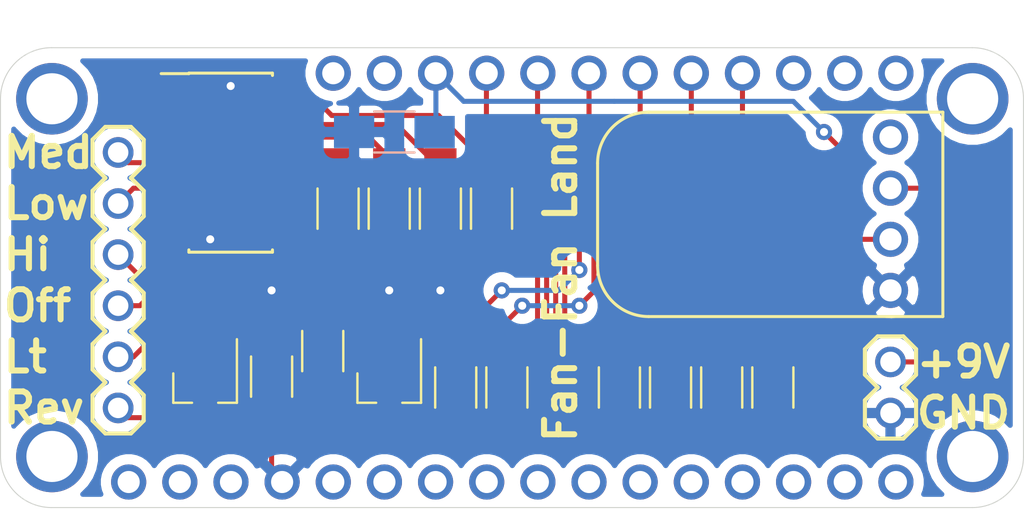
<source format=kicad_pcb>
(kicad_pcb (version 20171130) (host pcbnew 5.1.9)

  (general
    (thickness 1.6)
    (drawings 17)
    (tracks 177)
    (zones 0)
    (modules 20)
    (nets 22)
  )

  (page A4)
  (layers
    (0 F.Cu signal)
    (31 B.Cu signal)
    (32 B.Adhes user)
    (33 F.Adhes user)
    (34 B.Paste user)
    (35 F.Paste user)
    (36 B.SilkS user)
    (37 F.SilkS user)
    (38 B.Mask user)
    (39 F.Mask user)
    (40 Dwgs.User user)
    (41 Cmts.User user)
    (42 Eco1.User user)
    (43 Eco2.User user)
    (44 Edge.Cuts user)
    (45 Margin user)
    (46 B.CrtYd user)
    (47 F.CrtYd user)
    (48 B.Fab user)
    (49 F.Fab user)
  )

  (setup
    (last_trace_width 0.25)
    (trace_clearance 0.2)
    (zone_clearance 0.508)
    (zone_45_only no)
    (trace_min 0.2)
    (via_size 0.8)
    (via_drill 0.4)
    (via_min_size 0.4)
    (via_min_drill 0.3)
    (uvia_size 0.3)
    (uvia_drill 0.1)
    (uvias_allowed no)
    (uvia_min_size 0.2)
    (uvia_min_drill 0.1)
    (edge_width 0.05)
    (segment_width 0.2)
    (pcb_text_width 0.3)
    (pcb_text_size 1.5 1.5)
    (mod_edge_width 0.12)
    (mod_text_size 1 1)
    (mod_text_width 0.15)
    (pad_size 1.524 1.524)
    (pad_drill 0.762)
    (pad_to_mask_clearance 0)
    (aux_axis_origin 0 0)
    (visible_elements FFFFFF7F)
    (pcbplotparams
      (layerselection 0x010fc_ffffffff)
      (usegerberextensions false)
      (usegerberattributes true)
      (usegerberadvancedattributes true)
      (creategerberjobfile true)
      (excludeedgelayer true)
      (linewidth 0.100000)
      (plotframeref false)
      (viasonmask false)
      (mode 1)
      (useauxorigin false)
      (hpglpennumber 1)
      (hpglpenspeed 20)
      (hpglpendiameter 15.000000)
      (psnegative false)
      (psa4output false)
      (plotreference true)
      (plotvalue true)
      (plotinvisibletext false)
      (padsonsilk false)
      (subtractmaskfromsilk false)
      (outputformat 1)
      (mirror false)
      (drillshape 0)
      (scaleselection 1)
      (outputdirectory "pcb_fab/"))
  )

  (net 0 "")
  (net 1 +5V)
  (net 2 GND)
  (net 3 +9V)
  (net 4 /Hi_Gate)
  (net 5 /Hi)
  (net 6 /Off)
  (net 7 /Off_Gate)
  (net 8 /Low_Gate)
  (net 9 /Low)
  (net 10 /Med)
  (net 11 /Med_Gate)
  (net 12 /Light)
  (net 13 /Light_G)
  (net 14 /Rev_Gate)
  (net 15 /Rev.)
  (net 16 /Hi_Pin)
  (net 17 /Low_Pin)
  (net 18 /Med_Pin)
  (net 19 /Off_Pin)
  (net 20 /Light_Pin)
  (net 21 /Rev_Pin)

  (net_class Default "This is the default net class."
    (clearance 0.2)
    (trace_width 0.25)
    (via_dia 0.8)
    (via_drill 0.4)
    (uvia_dia 0.3)
    (uvia_drill 0.1)
    (add_net +5V)
    (add_net +9V)
    (add_net /Hi)
    (add_net /Hi_Gate)
    (add_net /Hi_Pin)
    (add_net /Light)
    (add_net /Light_G)
    (add_net /Light_Pin)
    (add_net /Low)
    (add_net /Low_Gate)
    (add_net /Low_Pin)
    (add_net /Med)
    (add_net /Med_Gate)
    (add_net /Med_Pin)
    (add_net /Off)
    (add_net /Off_Gate)
    (add_net /Off_Pin)
    (add_net /Rev.)
    (add_net /Rev_Gate)
    (add_net /Rev_Pin)
    (add_net GND)
  )

  (net_class GND ""
    (clearance 0.4)
    (trace_width 0.5)
    (via_dia 0.8)
    (via_drill 0.4)
    (uvia_dia 0.3)
    (uvia_drill 0.1)
  )

  (module Capacitors_SMD:C_1206_HandSoldering (layer B.Cu) (tedit 58AA84D1) (tstamp 608F06FF)
    (at 61.468 51.816)
    (descr "Capacitor SMD 1206, hand soldering")
    (tags "capacitor 1206")
    (path /60927352)
    (attr smd)
    (fp_text reference C1 (at 0 1.75) (layer B.SilkS) hide
      (effects (font (size 1 1) (thickness 0.15)) (justify mirror))
    )
    (fp_text value 1u (at 0 -2) (layer B.Fab)
      (effects (font (size 1 1) (thickness 0.15)) (justify mirror))
    )
    (fp_line (start 3.25 -1.05) (end -3.25 -1.05) (layer B.CrtYd) (width 0.05))
    (fp_line (start 3.25 -1.05) (end 3.25 1.05) (layer B.CrtYd) (width 0.05))
    (fp_line (start -3.25 1.05) (end -3.25 -1.05) (layer B.CrtYd) (width 0.05))
    (fp_line (start -3.25 1.05) (end 3.25 1.05) (layer B.CrtYd) (width 0.05))
    (fp_line (start -1 -1.02) (end 1 -1.02) (layer B.SilkS) (width 0.12))
    (fp_line (start 1 1.02) (end -1 1.02) (layer B.SilkS) (width 0.12))
    (fp_line (start -1.6 0.8) (end 1.6 0.8) (layer B.Fab) (width 0.1))
    (fp_line (start 1.6 0.8) (end 1.6 -0.8) (layer B.Fab) (width 0.1))
    (fp_line (start 1.6 -0.8) (end -1.6 -0.8) (layer B.Fab) (width 0.1))
    (fp_line (start -1.6 -0.8) (end -1.6 0.8) (layer B.Fab) (width 0.1))
    (fp_text user %R (at 0 1.75) (layer B.Fab)
      (effects (font (size 1 1) (thickness 0.15)) (justify mirror))
    )
    (pad 2 smd rect (at 2 0) (size 2 1.6) (layers B.Cu B.Paste B.Mask)
      (net 1 +5V))
    (pad 1 smd rect (at -2 0) (size 2 1.6) (layers B.Cu B.Paste B.Mask)
      (net 2 GND))
    (model Capacitors_SMD.3dshapes/C_1206.wrl
      (at (xyz 0 0 0))
      (scale (xyz 1 1 1))
      (rotate (xyz 0 0 0))
    )
    (model ${KISYS3DMOD}/Capacitor_SMD.3dshapes/C_1206_3216Metric.wrl
      (at (xyz 0 0 0))
      (scale (xyz 1 1 1))
      (rotate (xyz 0 0 0))
    )
  )

  (module freetronics_footprints:1X02 (layer F.Cu) (tedit 54769DD5) (tstamp 608E32AE)
    (at 86.106 63.246 270)
    (path /608D1423)
    (fp_text reference J1 (at 0.3 0 90) (layer Eco1.User)
      (effects (font (size 0.6 0.6) (thickness 0.1)))
    )
    (fp_text value Barrel_Jack (at 1.4 1.8 90) (layer Eco1.User) hide
      (effects (font (size 1.27 1.27) (thickness 0.1016)))
    )
    (fp_line (start -0.635 -1.27) (end 0.635 -1.27) (layer F.SilkS) (width 0.2032))
    (fp_line (start 0.635 -1.27) (end 1.27 -0.635) (layer F.SilkS) (width 0.2032))
    (fp_line (start 1.27 0.635) (end 0.635 1.27) (layer F.SilkS) (width 0.2032))
    (fp_line (start 1.27 -0.635) (end 1.905 -1.27) (layer F.SilkS) (width 0.2032))
    (fp_line (start 1.905 -1.27) (end 3.175 -1.27) (layer F.SilkS) (width 0.2032))
    (fp_line (start 3.175 -1.27) (end 3.81 -0.635) (layer F.SilkS) (width 0.2032))
    (fp_line (start 3.81 0.635) (end 3.175 1.27) (layer F.SilkS) (width 0.2032))
    (fp_line (start 3.175 1.27) (end 1.905 1.27) (layer F.SilkS) (width 0.2032))
    (fp_line (start 1.905 1.27) (end 1.27 0.635) (layer F.SilkS) (width 0.2032))
    (fp_line (start -1.27 -0.635) (end -1.27 0.635) (layer F.SilkS) (width 0.2032))
    (fp_line (start -0.635 -1.27) (end -1.27 -0.635) (layer F.SilkS) (width 0.2032))
    (fp_line (start -1.27 0.635) (end -0.635 1.27) (layer F.SilkS) (width 0.2032))
    (fp_line (start 0.635 1.27) (end -0.635 1.27) (layer F.SilkS) (width 0.2032))
    (fp_line (start 3.81 -0.635) (end 3.81 0.635) (layer F.SilkS) (width 0.2032))
    (pad 1 thru_hole oval (at 0 0) (size 1.524 1.524) (drill 1.016) (layers *.Cu *.Mask)
      (net 3 +9V))
    (pad 2 thru_hole oval (at 2.54 0) (size 1.524 1.524) (drill 1.016) (layers *.Cu *.Mask)
      (net 2 GND))
    (model ${KISYS3DMOD}/Connector_PinHeader_2.54mm.3dshapes/PinHeader_1x02_P2.54mm_Horizontal.wrl
      (offset (xyz 2.5 0 0))
      (scale (xyz 1 1 1))
      (rotate (xyz 0 0 90))
    )
  )

  (module my_footprints:MPM3610_Buck_Convertor_Breakout (layer F.Cu) (tedit 608E2D83) (tstamp 608E32BC)
    (at 84.836 55.88 90)
    (path /608FAF6F)
    (fp_text reference PS1 (at 0 5.08 90) (layer F.SilkS) hide
      (effects (font (size 1 1) (thickness 0.15)))
    )
    (fp_text value Adafruit_MPM3610_Breakout (at 0 -14.732 90) (layer F.Fab)
      (effects (font (size 1 1) (thickness 0.15)))
    )
    (fp_line (start -5.11 3.87) (end -5.11 -10.735) (layer F.SilkS) (width 0.15))
    (fp_line (start -5.11 3.87) (end 5.05 3.87) (layer F.SilkS) (width 0.15))
    (fp_line (start 5.05 3.87) (end 5.05 -10.735) (layer F.SilkS) (width 0.15))
    (fp_line (start -2.57 -13.275) (end 2.51 -13.275) (layer F.SilkS) (width 0.15))
    (fp_arc (start -2.57 -10.735) (end -5.11 -10.735) (angle 90) (layer F.SilkS) (width 0.15))
    (fp_arc (start 2.51 -10.735) (end 2.51 -13.275) (angle 90) (layer F.SilkS) (width 0.15))
    (pad 1 thru_hole circle (at -3.81 1.27 90) (size 1.748 1.748) (drill 1.098) (layers *.Cu *.Mask)
      (net 2 GND))
    (pad 2 thru_hole circle (at -1.27 1.27 90) (size 1.748 1.748) (drill 1.098) (layers *.Cu *.Mask)
      (net 1 +5V))
    (pad 3 thru_hole circle (at 1.27 1.27 90) (size 1.748 1.748) (drill 1.098) (layers *.Cu *.Mask)
      (net 3 +9V))
    (pad 4 thru_hole circle (at 3.81 1.27 90) (size 1.748 1.748) (drill 1.098) (layers *.Cu *.Mask))
  )

  (module Housings_SOIC:SOIC-14_3.9x8.7mm_Pitch1.27mm (layer F.Cu) (tedit 58CC8F64) (tstamp 608F0FA7)
    (at 53.34 53.34)
    (descr "14-Lead Plastic Small Outline (SL) - Narrow, 3.90 mm Body [SOIC] (see Microchip Packaging Specification 00000049BS.pdf)")
    (tags "SOIC 1.27")
    (path /608E556A)
    (attr smd)
    (fp_text reference Q1 (at 0 -5.375) (layer F.SilkS) hide
      (effects (font (size 1 1) (thickness 0.15)))
    )
    (fp_text value FETArray_4Channel (at 0 5.375) (layer F.Fab)
      (effects (font (size 1 1) (thickness 0.15)))
    )
    (fp_line (start -2.075 -4.425) (end -3.45 -4.425) (layer F.SilkS) (width 0.15))
    (fp_line (start -2.075 4.45) (end 2.075 4.45) (layer F.SilkS) (width 0.15))
    (fp_line (start -2.075 -4.45) (end 2.075 -4.45) (layer F.SilkS) (width 0.15))
    (fp_line (start -2.075 4.45) (end -2.075 4.335) (layer F.SilkS) (width 0.15))
    (fp_line (start 2.075 4.45) (end 2.075 4.335) (layer F.SilkS) (width 0.15))
    (fp_line (start 2.075 -4.45) (end 2.075 -4.335) (layer F.SilkS) (width 0.15))
    (fp_line (start -2.075 -4.45) (end -2.075 -4.425) (layer F.SilkS) (width 0.15))
    (fp_line (start -3.7 4.65) (end 3.7 4.65) (layer F.CrtYd) (width 0.05))
    (fp_line (start -3.7 -4.65) (end 3.7 -4.65) (layer F.CrtYd) (width 0.05))
    (fp_line (start 3.7 -4.65) (end 3.7 4.65) (layer F.CrtYd) (width 0.05))
    (fp_line (start -3.7 -4.65) (end -3.7 4.65) (layer F.CrtYd) (width 0.05))
    (fp_line (start -1.95 -3.35) (end -0.95 -4.35) (layer F.Fab) (width 0.15))
    (fp_line (start -1.95 4.35) (end -1.95 -3.35) (layer F.Fab) (width 0.15))
    (fp_line (start 1.95 4.35) (end -1.95 4.35) (layer F.Fab) (width 0.15))
    (fp_line (start 1.95 -4.35) (end 1.95 4.35) (layer F.Fab) (width 0.15))
    (fp_line (start -0.95 -4.35) (end 1.95 -4.35) (layer F.Fab) (width 0.15))
    (fp_text user %R (at 0 0) (layer F.Fab)
      (effects (font (size 0.9 0.9) (thickness 0.135)))
    )
    (pad 14 smd rect (at 2.7 -3.81) (size 1.5 0.6) (layers F.Cu F.Paste F.Mask)
      (net 2 GND))
    (pad 13 smd rect (at 2.7 -2.54) (size 1.5 0.6) (layers F.Cu F.Paste F.Mask))
    (pad 12 smd rect (at 2.7 -1.27) (size 1.5 0.6) (layers F.Cu F.Paste F.Mask)
      (net 4 /Hi_Gate))
    (pad 11 smd rect (at 2.7 0) (size 1.5 0.6) (layers F.Cu F.Paste F.Mask)
      (net 5 /Hi))
    (pad 10 smd rect (at 2.7 1.27) (size 1.5 0.6) (layers F.Cu F.Paste F.Mask)
      (net 6 /Off))
    (pad 9 smd rect (at 2.7 2.54) (size 1.5 0.6) (layers F.Cu F.Paste F.Mask)
      (net 7 /Off_Gate))
    (pad 8 smd rect (at 2.7 3.81) (size 1.5 0.6) (layers F.Cu F.Paste F.Mask)
      (net 2 GND))
    (pad 7 smd rect (at -2.7 3.81) (size 1.5 0.6) (layers F.Cu F.Paste F.Mask)
      (net 2 GND))
    (pad 6 smd rect (at -2.7 2.54) (size 1.5 0.6) (layers F.Cu F.Paste F.Mask)
      (net 8 /Low_Gate))
    (pad 5 smd rect (at -2.7 1.27) (size 1.5 0.6) (layers F.Cu F.Paste F.Mask)
      (net 9 /Low))
    (pad 4 smd rect (at -2.7 0) (size 1.5 0.6) (layers F.Cu F.Paste F.Mask)
      (net 10 /Med))
    (pad 3 smd rect (at -2.7 -1.27) (size 1.5 0.6) (layers F.Cu F.Paste F.Mask)
      (net 11 /Med_Gate))
    (pad 2 smd rect (at -2.7 -2.54) (size 1.5 0.6) (layers F.Cu F.Paste F.Mask))
    (pad 1 smd rect (at -2.7 -3.81) (size 1.5 0.6) (layers F.Cu F.Paste F.Mask)
      (net 2 GND))
    (model ${KISYS3DMOD}/Housings_SOIC.3dshapes/SOIC-14_3.9x8.7mm_Pitch1.27mm.wrl
      (at (xyz 0 0 0))
      (scale (xyz 1 1 1))
      (rotate (xyz 0 0 0))
    )
    (model ${KISYS3DMOD}/Package_SO.3dshapes/SOIC-14_3.9x8.7mm_P1.27mm.wrl
      (at (xyz 0 0 0))
      (scale (xyz 1 1 1))
      (rotate (xyz 0 0 0))
    )
  )

  (module TO_SOT_Packages_SMD:SOT-23_Handsoldering (layer F.Cu) (tedit 58CE4E7E) (tstamp 608EFFEC)
    (at 52.07 64.516 270)
    (descr "SOT-23, Handsoldering")
    (tags SOT-23)
    (path /6093660B)
    (attr smd)
    (fp_text reference Q3 (at 0 -2.5 90) (layer F.SilkS) hide
      (effects (font (size 1 1) (thickness 0.15)))
    )
    (fp_text value Q_NJFET_GSD (at 0 2.5 90) (layer F.Fab)
      (effects (font (size 1 1) (thickness 0.15)))
    )
    (fp_line (start 0.76 1.58) (end 0.76 0.65) (layer F.SilkS) (width 0.12))
    (fp_line (start 0.76 -1.58) (end 0.76 -0.65) (layer F.SilkS) (width 0.12))
    (fp_line (start -2.7 -1.75) (end 2.7 -1.75) (layer F.CrtYd) (width 0.05))
    (fp_line (start 2.7 -1.75) (end 2.7 1.75) (layer F.CrtYd) (width 0.05))
    (fp_line (start 2.7 1.75) (end -2.7 1.75) (layer F.CrtYd) (width 0.05))
    (fp_line (start -2.7 1.75) (end -2.7 -1.75) (layer F.CrtYd) (width 0.05))
    (fp_line (start 0.76 -1.58) (end -2.4 -1.58) (layer F.SilkS) (width 0.12))
    (fp_line (start -0.7 -0.95) (end -0.7 1.5) (layer F.Fab) (width 0.1))
    (fp_line (start -0.15 -1.52) (end 0.7 -1.52) (layer F.Fab) (width 0.1))
    (fp_line (start -0.7 -0.95) (end -0.15 -1.52) (layer F.Fab) (width 0.1))
    (fp_line (start 0.7 -1.52) (end 0.7 1.52) (layer F.Fab) (width 0.1))
    (fp_line (start -0.7 1.52) (end 0.7 1.52) (layer F.Fab) (width 0.1))
    (fp_line (start 0.76 1.58) (end -0.7 1.58) (layer F.SilkS) (width 0.12))
    (fp_text user %R (at 0 0 180) (layer F.Fab)
      (effects (font (size 0.5 0.5) (thickness 0.075)))
    )
    (pad 1 smd rect (at -1.5 -0.95 270) (size 1.9 0.8) (layers F.Cu F.Paste F.Mask)
      (net 14 /Rev_Gate))
    (pad 2 smd rect (at -1.5 0.95 270) (size 1.9 0.8) (layers F.Cu F.Paste F.Mask)
      (net 2 GND))
    (pad 3 smd rect (at 1.5 0 270) (size 1.9 0.8) (layers F.Cu F.Paste F.Mask)
      (net 15 /Rev.))
    (model ${KISYS3DMOD}/TO_SOT_Packages_SMD.3dshapes\SOT-23.wrl
      (at (xyz 0 0 0))
      (scale (xyz 1 1 1))
      (rotate (xyz 0 0 0))
    )
    (model ${KISYS3DMOD}/Package_TO_SOT_SMD.3dshapes/SOT-23.wrl
      (at (xyz 0 0 0))
      (scale (xyz 1 1 1))
      (rotate (xyz 0 0 0))
    )
  )

  (module Capacitors_SMD:C_1206_HandSoldering (layer F.Cu) (tedit 58AA84D1) (tstamp 608E331A)
    (at 75.184 64.516 90)
    (descr "Capacitor SMD 1206, hand soldering")
    (tags "capacitor 1206")
    (path /60911A13)
    (attr smd)
    (fp_text reference R1 (at 0 -1.75 90) (layer F.SilkS) hide
      (effects (font (size 1 1) (thickness 0.15)))
    )
    (fp_text value 47 (at 0 2 90) (layer F.Fab)
      (effects (font (size 1 1) (thickness 0.15)))
    )
    (fp_line (start -1.6 0.8) (end -1.6 -0.8) (layer F.Fab) (width 0.1))
    (fp_line (start 1.6 0.8) (end -1.6 0.8) (layer F.Fab) (width 0.1))
    (fp_line (start 1.6 -0.8) (end 1.6 0.8) (layer F.Fab) (width 0.1))
    (fp_line (start -1.6 -0.8) (end 1.6 -0.8) (layer F.Fab) (width 0.1))
    (fp_line (start 1 -1.02) (end -1 -1.02) (layer F.SilkS) (width 0.12))
    (fp_line (start -1 1.02) (end 1 1.02) (layer F.SilkS) (width 0.12))
    (fp_line (start -3.25 -1.05) (end 3.25 -1.05) (layer F.CrtYd) (width 0.05))
    (fp_line (start -3.25 -1.05) (end -3.25 1.05) (layer F.CrtYd) (width 0.05))
    (fp_line (start 3.25 1.05) (end 3.25 -1.05) (layer F.CrtYd) (width 0.05))
    (fp_line (start 3.25 1.05) (end -3.25 1.05) (layer F.CrtYd) (width 0.05))
    (fp_text user %R (at 0 -1.75 90) (layer F.Fab)
      (effects (font (size 1 1) (thickness 0.15)))
    )
    (pad 1 smd rect (at -2 0 90) (size 2 1.6) (layers F.Cu F.Paste F.Mask)
      (net 4 /Hi_Gate))
    (pad 2 smd rect (at 2 0 90) (size 2 1.6) (layers F.Cu F.Paste F.Mask)
      (net 16 /Hi_Pin))
    (model Capacitors_SMD.3dshapes/C_1206.wrl
      (at (xyz 0 0 0))
      (scale (xyz 1 1 1))
      (rotate (xyz 0 0 0))
    )
    (model ${KISYS3DMOD}/Resistor_SMD.3dshapes/R_1206_3216Metric.wrl
      (at (xyz 0 0 0))
      (scale (xyz 1 1 1))
      (rotate (xyz 0 0 0))
    )
  )

  (module Capacitors_SMD:C_1206_HandSoldering (layer F.Cu) (tedit 58AA84D1) (tstamp 608E332B)
    (at 77.724 64.516 270)
    (descr "Capacitor SMD 1206, hand soldering")
    (tags "capacitor 1206")
    (path /6090F4AE)
    (attr smd)
    (fp_text reference R2 (at 0 -1.75 90) (layer F.SilkS) hide
      (effects (font (size 1 1) (thickness 0.15)))
    )
    (fp_text value 47 (at 0 2 90) (layer F.Fab)
      (effects (font (size 1 1) (thickness 0.15)))
    )
    (fp_line (start 3.25 1.05) (end -3.25 1.05) (layer F.CrtYd) (width 0.05))
    (fp_line (start 3.25 1.05) (end 3.25 -1.05) (layer F.CrtYd) (width 0.05))
    (fp_line (start -3.25 -1.05) (end -3.25 1.05) (layer F.CrtYd) (width 0.05))
    (fp_line (start -3.25 -1.05) (end 3.25 -1.05) (layer F.CrtYd) (width 0.05))
    (fp_line (start -1 1.02) (end 1 1.02) (layer F.SilkS) (width 0.12))
    (fp_line (start 1 -1.02) (end -1 -1.02) (layer F.SilkS) (width 0.12))
    (fp_line (start -1.6 -0.8) (end 1.6 -0.8) (layer F.Fab) (width 0.1))
    (fp_line (start 1.6 -0.8) (end 1.6 0.8) (layer F.Fab) (width 0.1))
    (fp_line (start 1.6 0.8) (end -1.6 0.8) (layer F.Fab) (width 0.1))
    (fp_line (start -1.6 0.8) (end -1.6 -0.8) (layer F.Fab) (width 0.1))
    (fp_text user %R (at 0 -1.75 90) (layer F.Fab)
      (effects (font (size 1 1) (thickness 0.15)))
    )
    (pad 2 smd rect (at 2 0 270) (size 2 1.6) (layers F.Cu F.Paste F.Mask)
      (net 8 /Low_Gate))
    (pad 1 smd rect (at -2 0 270) (size 2 1.6) (layers F.Cu F.Paste F.Mask)
      (net 17 /Low_Pin))
    (model Capacitors_SMD.3dshapes/C_1206.wrl
      (at (xyz 0 0 0))
      (scale (xyz 1 1 1))
      (rotate (xyz 0 0 0))
    )
    (model ${KISYS3DMOD}/Resistor_SMD.3dshapes/R_1206_3216Metric.wrl
      (at (xyz 0 0 0))
      (scale (xyz 1 1 1))
      (rotate (xyz 0 0 0))
    )
  )

  (module Capacitors_SMD:C_1206_HandSoldering (layer F.Cu) (tedit 58AA84D1) (tstamp 608E333C)
    (at 80.264 64.516 270)
    (descr "Capacitor SMD 1206, hand soldering")
    (tags "capacitor 1206")
    (path /6090CBDA)
    (attr smd)
    (fp_text reference R3 (at 0 -1.75 90) (layer F.SilkS) hide
      (effects (font (size 1 1) (thickness 0.15)))
    )
    (fp_text value 47 (at 0 2 90) (layer F.Fab)
      (effects (font (size 1 1) (thickness 0.15)))
    )
    (fp_line (start -1.6 0.8) (end -1.6 -0.8) (layer F.Fab) (width 0.1))
    (fp_line (start 1.6 0.8) (end -1.6 0.8) (layer F.Fab) (width 0.1))
    (fp_line (start 1.6 -0.8) (end 1.6 0.8) (layer F.Fab) (width 0.1))
    (fp_line (start -1.6 -0.8) (end 1.6 -0.8) (layer F.Fab) (width 0.1))
    (fp_line (start 1 -1.02) (end -1 -1.02) (layer F.SilkS) (width 0.12))
    (fp_line (start -1 1.02) (end 1 1.02) (layer F.SilkS) (width 0.12))
    (fp_line (start -3.25 -1.05) (end 3.25 -1.05) (layer F.CrtYd) (width 0.05))
    (fp_line (start -3.25 -1.05) (end -3.25 1.05) (layer F.CrtYd) (width 0.05))
    (fp_line (start 3.25 1.05) (end 3.25 -1.05) (layer F.CrtYd) (width 0.05))
    (fp_line (start 3.25 1.05) (end -3.25 1.05) (layer F.CrtYd) (width 0.05))
    (fp_text user %R (at 0 -1.75 90) (layer F.Fab)
      (effects (font (size 1 1) (thickness 0.15)))
    )
    (pad 1 smd rect (at -2 0 270) (size 2 1.6) (layers F.Cu F.Paste F.Mask)
      (net 18 /Med_Pin))
    (pad 2 smd rect (at 2 0 270) (size 2 1.6) (layers F.Cu F.Paste F.Mask)
      (net 11 /Med_Gate))
    (model Capacitors_SMD.3dshapes/C_1206.wrl
      (at (xyz 0 0 0))
      (scale (xyz 1 1 1))
      (rotate (xyz 0 0 0))
    )
    (model ${KISYS3DMOD}/Resistor_SMD.3dshapes/R_1206_3216Metric.wrl
      (at (xyz 0 0 0))
      (scale (xyz 1 1 1))
      (rotate (xyz 0 0 0))
    )
  )

  (module Capacitors_SMD:C_1206_HandSoldering (layer F.Cu) (tedit 58AA84D1) (tstamp 608E334D)
    (at 72.644 64.516 90)
    (descr "Capacitor SMD 1206, hand soldering")
    (tags "capacitor 1206")
    (path /60910EA2)
    (attr smd)
    (fp_text reference R4 (at 0 -1.75 90) (layer F.SilkS) hide
      (effects (font (size 1 1) (thickness 0.15)))
    )
    (fp_text value 47 (at 0 2 90) (layer F.Fab)
      (effects (font (size 1 1) (thickness 0.15)))
    )
    (fp_line (start -1.6 0.8) (end -1.6 -0.8) (layer F.Fab) (width 0.1))
    (fp_line (start 1.6 0.8) (end -1.6 0.8) (layer F.Fab) (width 0.1))
    (fp_line (start 1.6 -0.8) (end 1.6 0.8) (layer F.Fab) (width 0.1))
    (fp_line (start -1.6 -0.8) (end 1.6 -0.8) (layer F.Fab) (width 0.1))
    (fp_line (start 1 -1.02) (end -1 -1.02) (layer F.SilkS) (width 0.12))
    (fp_line (start -1 1.02) (end 1 1.02) (layer F.SilkS) (width 0.12))
    (fp_line (start -3.25 -1.05) (end 3.25 -1.05) (layer F.CrtYd) (width 0.05))
    (fp_line (start -3.25 -1.05) (end -3.25 1.05) (layer F.CrtYd) (width 0.05))
    (fp_line (start 3.25 1.05) (end 3.25 -1.05) (layer F.CrtYd) (width 0.05))
    (fp_line (start 3.25 1.05) (end -3.25 1.05) (layer F.CrtYd) (width 0.05))
    (fp_text user %R (at 0 -1.75 90) (layer F.Fab)
      (effects (font (size 1 1) (thickness 0.15)))
    )
    (pad 1 smd rect (at -2 0 90) (size 2 1.6) (layers F.Cu F.Paste F.Mask)
      (net 7 /Off_Gate))
    (pad 2 smd rect (at 2 0 90) (size 2 1.6) (layers F.Cu F.Paste F.Mask)
      (net 19 /Off_Pin))
    (model Capacitors_SMD.3dshapes/C_1206.wrl
      (at (xyz 0 0 0))
      (scale (xyz 1 1 1))
      (rotate (xyz 0 0 0))
    )
    (model ${KISYS3DMOD}/Resistor_SMD.3dshapes/R_1206_3216Metric.wrl
      (at (xyz 0 0 0))
      (scale (xyz 1 1 1))
      (rotate (xyz 0 0 0))
    )
  )

  (module Capacitors_SMD:C_1206_HandSoldering (layer F.Cu) (tedit 58AA84D1) (tstamp 608E335E)
    (at 67.056 64.516 270)
    (descr "Capacitor SMD 1206, hand soldering")
    (tags "capacitor 1206")
    (path /6091259B)
    (attr smd)
    (fp_text reference R5 (at 0 -1.75 90) (layer F.SilkS) hide
      (effects (font (size 1 1) (thickness 0.15)))
    )
    (fp_text value 47 (at 0 2 90) (layer F.Fab)
      (effects (font (size 1 1) (thickness 0.15)))
    )
    (fp_line (start 3.25 1.05) (end -3.25 1.05) (layer F.CrtYd) (width 0.05))
    (fp_line (start 3.25 1.05) (end 3.25 -1.05) (layer F.CrtYd) (width 0.05))
    (fp_line (start -3.25 -1.05) (end -3.25 1.05) (layer F.CrtYd) (width 0.05))
    (fp_line (start -3.25 -1.05) (end 3.25 -1.05) (layer F.CrtYd) (width 0.05))
    (fp_line (start -1 1.02) (end 1 1.02) (layer F.SilkS) (width 0.12))
    (fp_line (start 1 -1.02) (end -1 -1.02) (layer F.SilkS) (width 0.12))
    (fp_line (start -1.6 -0.8) (end 1.6 -0.8) (layer F.Fab) (width 0.1))
    (fp_line (start 1.6 -0.8) (end 1.6 0.8) (layer F.Fab) (width 0.1))
    (fp_line (start 1.6 0.8) (end -1.6 0.8) (layer F.Fab) (width 0.1))
    (fp_line (start -1.6 0.8) (end -1.6 -0.8) (layer F.Fab) (width 0.1))
    (fp_text user %R (at 0 -1.75 90) (layer F.Fab)
      (effects (font (size 1 1) (thickness 0.15)))
    )
    (pad 2 smd rect (at 2 0 270) (size 2 1.6) (layers F.Cu F.Paste F.Mask)
      (net 13 /Light_G))
    (pad 1 smd rect (at -2 0 270) (size 2 1.6) (layers F.Cu F.Paste F.Mask)
      (net 20 /Light_Pin))
    (model Capacitors_SMD.3dshapes/C_1206.wrl
      (at (xyz 0 0 0))
      (scale (xyz 1 1 1))
      (rotate (xyz 0 0 0))
    )
    (model ${KISYS3DMOD}/Resistor_SMD.3dshapes/R_1206_3216Metric.wrl
      (at (xyz 0 0 0))
      (scale (xyz 1 1 1))
      (rotate (xyz 0 0 0))
    )
  )

  (module Capacitors_SMD:C_1206_HandSoldering (layer F.Cu) (tedit 58AA84D1) (tstamp 608E336F)
    (at 58.674 55.626 270)
    (descr "Capacitor SMD 1206, hand soldering")
    (tags "capacitor 1206")
    (path /608DB5E0)
    (attr smd)
    (fp_text reference R6 (at 0 -1.75 90) (layer F.SilkS) hide
      (effects (font (size 1 1) (thickness 0.15)))
    )
    (fp_text value 10K (at 0 2 90) (layer F.Fab)
      (effects (font (size 1 1) (thickness 0.15)))
    )
    (fp_line (start 3.25 1.05) (end -3.25 1.05) (layer F.CrtYd) (width 0.05))
    (fp_line (start 3.25 1.05) (end 3.25 -1.05) (layer F.CrtYd) (width 0.05))
    (fp_line (start -3.25 -1.05) (end -3.25 1.05) (layer F.CrtYd) (width 0.05))
    (fp_line (start -3.25 -1.05) (end 3.25 -1.05) (layer F.CrtYd) (width 0.05))
    (fp_line (start -1 1.02) (end 1 1.02) (layer F.SilkS) (width 0.12))
    (fp_line (start 1 -1.02) (end -1 -1.02) (layer F.SilkS) (width 0.12))
    (fp_line (start -1.6 -0.8) (end 1.6 -0.8) (layer F.Fab) (width 0.1))
    (fp_line (start 1.6 -0.8) (end 1.6 0.8) (layer F.Fab) (width 0.1))
    (fp_line (start 1.6 0.8) (end -1.6 0.8) (layer F.Fab) (width 0.1))
    (fp_line (start -1.6 0.8) (end -1.6 -0.8) (layer F.Fab) (width 0.1))
    (fp_text user %R (at 0 -1.75 90) (layer F.Fab)
      (effects (font (size 1 1) (thickness 0.15)))
    )
    (pad 2 smd rect (at 2 0 270) (size 2 1.6) (layers F.Cu F.Paste F.Mask)
      (net 2 GND))
    (pad 1 smd rect (at -2 0 270) (size 2 1.6) (layers F.Cu F.Paste F.Mask)
      (net 7 /Off_Gate))
    (model Capacitors_SMD.3dshapes/C_1206.wrl
      (at (xyz 0 0 0))
      (scale (xyz 1 1 1))
      (rotate (xyz 0 0 0))
    )
    (model ${KISYS3DMOD}/Resistor_SMD.3dshapes/R_1206_3216Metric.wrl
      (at (xyz 0 0 0))
      (scale (xyz 1 1 1))
      (rotate (xyz 0 0 0))
    )
  )

  (module Capacitors_SMD:C_1206_HandSoldering (layer F.Cu) (tedit 58AA84D1) (tstamp 608E3380)
    (at 63.754 55.626 270)
    (descr "Capacitor SMD 1206, hand soldering")
    (tags "capacitor 1206")
    (path /608DA89A)
    (attr smd)
    (fp_text reference R7 (at 0 -1.75 90) (layer F.SilkS) hide
      (effects (font (size 1 1) (thickness 0.15)))
    )
    (fp_text value 10K (at 0 2 90) (layer F.Fab)
      (effects (font (size 1 1) (thickness 0.15)))
    )
    (fp_line (start -1.6 0.8) (end -1.6 -0.8) (layer F.Fab) (width 0.1))
    (fp_line (start 1.6 0.8) (end -1.6 0.8) (layer F.Fab) (width 0.1))
    (fp_line (start 1.6 -0.8) (end 1.6 0.8) (layer F.Fab) (width 0.1))
    (fp_line (start -1.6 -0.8) (end 1.6 -0.8) (layer F.Fab) (width 0.1))
    (fp_line (start 1 -1.02) (end -1 -1.02) (layer F.SilkS) (width 0.12))
    (fp_line (start -1 1.02) (end 1 1.02) (layer F.SilkS) (width 0.12))
    (fp_line (start -3.25 -1.05) (end 3.25 -1.05) (layer F.CrtYd) (width 0.05))
    (fp_line (start -3.25 -1.05) (end -3.25 1.05) (layer F.CrtYd) (width 0.05))
    (fp_line (start 3.25 1.05) (end 3.25 -1.05) (layer F.CrtYd) (width 0.05))
    (fp_line (start 3.25 1.05) (end -3.25 1.05) (layer F.CrtYd) (width 0.05))
    (fp_text user %R (at 0 -1.75 90) (layer F.Fab)
      (effects (font (size 1 1) (thickness 0.15)))
    )
    (pad 1 smd rect (at -2 0 270) (size 2 1.6) (layers F.Cu F.Paste F.Mask)
      (net 8 /Low_Gate))
    (pad 2 smd rect (at 2 0 270) (size 2 1.6) (layers F.Cu F.Paste F.Mask)
      (net 2 GND))
    (model Capacitors_SMD.3dshapes/C_1206.wrl
      (at (xyz 0 0 0))
      (scale (xyz 1 1 1))
      (rotate (xyz 0 0 0))
    )
    (model ${KISYS3DMOD}/Resistor_SMD.3dshapes/R_1206_3216Metric.wrl
      (at (xyz 0 0 0))
      (scale (xyz 1 1 1))
      (rotate (xyz 0 0 0))
    )
  )

  (module Capacitors_SMD:C_1206_HandSoldering (layer F.Cu) (tedit 58AA84D1) (tstamp 608F2369)
    (at 66.294 55.626 270)
    (descr "Capacitor SMD 1206, hand soldering")
    (tags "capacitor 1206")
    (path /608D8C59)
    (attr smd)
    (fp_text reference R8 (at 0 -1.75 90) (layer F.SilkS) hide
      (effects (font (size 1 1) (thickness 0.15)))
    )
    (fp_text value 10K (at 0 2 90) (layer F.Fab)
      (effects (font (size 1 1) (thickness 0.15)))
    )
    (fp_line (start 3.25 1.05) (end -3.25 1.05) (layer F.CrtYd) (width 0.05))
    (fp_line (start 3.25 1.05) (end 3.25 -1.05) (layer F.CrtYd) (width 0.05))
    (fp_line (start -3.25 -1.05) (end -3.25 1.05) (layer F.CrtYd) (width 0.05))
    (fp_line (start -3.25 -1.05) (end 3.25 -1.05) (layer F.CrtYd) (width 0.05))
    (fp_line (start -1 1.02) (end 1 1.02) (layer F.SilkS) (width 0.12))
    (fp_line (start 1 -1.02) (end -1 -1.02) (layer F.SilkS) (width 0.12))
    (fp_line (start -1.6 -0.8) (end 1.6 -0.8) (layer F.Fab) (width 0.1))
    (fp_line (start 1.6 -0.8) (end 1.6 0.8) (layer F.Fab) (width 0.1))
    (fp_line (start 1.6 0.8) (end -1.6 0.8) (layer F.Fab) (width 0.1))
    (fp_line (start -1.6 0.8) (end -1.6 -0.8) (layer F.Fab) (width 0.1))
    (fp_text user %R (at 0 -1.75 90) (layer F.Fab)
      (effects (font (size 1 1) (thickness 0.15)))
    )
    (pad 2 smd rect (at 2 0 270) (size 2 1.6) (layers F.Cu F.Paste F.Mask)
      (net 2 GND))
    (pad 1 smd rect (at -2 0 270) (size 2 1.6) (layers F.Cu F.Paste F.Mask)
      (net 11 /Med_Gate))
    (model Capacitors_SMD.3dshapes/C_1206.wrl
      (at (xyz 0 0 0))
      (scale (xyz 1 1 1))
      (rotate (xyz 0 0 0))
    )
    (model ${KISYS3DMOD}/Resistor_SMD.3dshapes/R_1206_3216Metric.wrl
      (at (xyz 0 0 0))
      (scale (xyz 1 1 1))
      (rotate (xyz 0 0 0))
    )
  )

  (module Capacitors_SMD:C_1206_HandSoldering (layer F.Cu) (tedit 58AA84D1) (tstamp 608E33A2)
    (at 61.214 55.626 270)
    (descr "Capacitor SMD 1206, hand soldering")
    (tags "capacitor 1206")
    (path /608D5B82)
    (attr smd)
    (fp_text reference R9 (at 0 -1.75 90) (layer F.SilkS) hide
      (effects (font (size 1 1) (thickness 0.15)))
    )
    (fp_text value 10K (at 0 2 90) (layer F.Fab)
      (effects (font (size 1 1) (thickness 0.15)))
    )
    (fp_line (start -1.6 0.8) (end -1.6 -0.8) (layer F.Fab) (width 0.1))
    (fp_line (start 1.6 0.8) (end -1.6 0.8) (layer F.Fab) (width 0.1))
    (fp_line (start 1.6 -0.8) (end 1.6 0.8) (layer F.Fab) (width 0.1))
    (fp_line (start -1.6 -0.8) (end 1.6 -0.8) (layer F.Fab) (width 0.1))
    (fp_line (start 1 -1.02) (end -1 -1.02) (layer F.SilkS) (width 0.12))
    (fp_line (start -1 1.02) (end 1 1.02) (layer F.SilkS) (width 0.12))
    (fp_line (start -3.25 -1.05) (end 3.25 -1.05) (layer F.CrtYd) (width 0.05))
    (fp_line (start -3.25 -1.05) (end -3.25 1.05) (layer F.CrtYd) (width 0.05))
    (fp_line (start 3.25 1.05) (end 3.25 -1.05) (layer F.CrtYd) (width 0.05))
    (fp_line (start 3.25 1.05) (end -3.25 1.05) (layer F.CrtYd) (width 0.05))
    (fp_text user %R (at 0 -1.75 90) (layer F.Fab)
      (effects (font (size 1 1) (thickness 0.15)))
    )
    (pad 1 smd rect (at -2 0 270) (size 2 1.6) (layers F.Cu F.Paste F.Mask)
      (net 4 /Hi_Gate))
    (pad 2 smd rect (at 2 0 270) (size 2 1.6) (layers F.Cu F.Paste F.Mask)
      (net 2 GND))
    (model Capacitors_SMD.3dshapes/C_1206.wrl
      (at (xyz 0 0 0))
      (scale (xyz 1 1 1))
      (rotate (xyz 0 0 0))
    )
    (model ${KISYS3DMOD}/Resistor_SMD.3dshapes/R_1206_3216Metric.wrl
      (at (xyz 0 0 0))
      (scale (xyz 1 1 1))
      (rotate (xyz 0 0 0))
    )
  )

  (module Capacitors_SMD:C_1206_HandSoldering (layer F.Cu) (tedit 58AA84D1) (tstamp 608E33B3)
    (at 64.516 64.516 90)
    (descr "Capacitor SMD 1206, hand soldering")
    (tags "capacitor 1206")
    (path /608E9FD1)
    (attr smd)
    (fp_text reference R10 (at 0 -1.75 90) (layer F.SilkS) hide
      (effects (font (size 1 1) (thickness 0.15)))
    )
    (fp_text value 10K (at 0 2 90) (layer F.Fab)
      (effects (font (size 1 1) (thickness 0.15)))
    )
    (fp_line (start -1.6 0.8) (end -1.6 -0.8) (layer F.Fab) (width 0.1))
    (fp_line (start 1.6 0.8) (end -1.6 0.8) (layer F.Fab) (width 0.1))
    (fp_line (start 1.6 -0.8) (end 1.6 0.8) (layer F.Fab) (width 0.1))
    (fp_line (start -1.6 -0.8) (end 1.6 -0.8) (layer F.Fab) (width 0.1))
    (fp_line (start 1 -1.02) (end -1 -1.02) (layer F.SilkS) (width 0.12))
    (fp_line (start -1 1.02) (end 1 1.02) (layer F.SilkS) (width 0.12))
    (fp_line (start -3.25 -1.05) (end 3.25 -1.05) (layer F.CrtYd) (width 0.05))
    (fp_line (start -3.25 -1.05) (end -3.25 1.05) (layer F.CrtYd) (width 0.05))
    (fp_line (start 3.25 1.05) (end 3.25 -1.05) (layer F.CrtYd) (width 0.05))
    (fp_line (start 3.25 1.05) (end -3.25 1.05) (layer F.CrtYd) (width 0.05))
    (fp_text user %R (at 0 -1.75 90) (layer F.Fab)
      (effects (font (size 1 1) (thickness 0.15)))
    )
    (pad 1 smd rect (at -2 0 90) (size 2 1.6) (layers F.Cu F.Paste F.Mask)
      (net 2 GND))
    (pad 2 smd rect (at 2 0 90) (size 2 1.6) (layers F.Cu F.Paste F.Mask)
      (net 13 /Light_G))
    (model Capacitors_SMD.3dshapes/C_1206.wrl
      (at (xyz 0 0 0))
      (scale (xyz 1 1 1))
      (rotate (xyz 0 0 0))
    )
    (model ${KISYS3DMOD}/Resistor_SMD.3dshapes/R_1206_3216Metric.wrl
      (at (xyz 0 0 0))
      (scale (xyz 1 1 1))
      (rotate (xyz 0 0 0))
    )
  )

  (module Capacitors_SMD:C_1206_HandSoldering (layer F.Cu) (tedit 58AA84D1) (tstamp 608E33C4)
    (at 57.912 62.706 270)
    (descr "Capacitor SMD 1206, hand soldering")
    (tags "capacitor 1206")
    (path /609418B0)
    (attr smd)
    (fp_text reference R11 (at 0 -1.75 90) (layer F.SilkS) hide
      (effects (font (size 1 1) (thickness 0.15)))
    )
    (fp_text value 47 (at 0 2 90) (layer F.Fab)
      (effects (font (size 1 1) (thickness 0.15)))
    )
    (fp_line (start 3.25 1.05) (end -3.25 1.05) (layer F.CrtYd) (width 0.05))
    (fp_line (start 3.25 1.05) (end 3.25 -1.05) (layer F.CrtYd) (width 0.05))
    (fp_line (start -3.25 -1.05) (end -3.25 1.05) (layer F.CrtYd) (width 0.05))
    (fp_line (start -3.25 -1.05) (end 3.25 -1.05) (layer F.CrtYd) (width 0.05))
    (fp_line (start -1 1.02) (end 1 1.02) (layer F.SilkS) (width 0.12))
    (fp_line (start 1 -1.02) (end -1 -1.02) (layer F.SilkS) (width 0.12))
    (fp_line (start -1.6 -0.8) (end 1.6 -0.8) (layer F.Fab) (width 0.1))
    (fp_line (start 1.6 -0.8) (end 1.6 0.8) (layer F.Fab) (width 0.1))
    (fp_line (start 1.6 0.8) (end -1.6 0.8) (layer F.Fab) (width 0.1))
    (fp_line (start -1.6 0.8) (end -1.6 -0.8) (layer F.Fab) (width 0.1))
    (fp_text user %R (at 0 -1.75 90) (layer F.Fab)
      (effects (font (size 1 1) (thickness 0.15)))
    )
    (pad 2 smd rect (at 2 0 270) (size 2 1.6) (layers F.Cu F.Paste F.Mask)
      (net 14 /Rev_Gate))
    (pad 1 smd rect (at -2 0 270) (size 2 1.6) (layers F.Cu F.Paste F.Mask)
      (net 21 /Rev_Pin))
    (model Capacitors_SMD.3dshapes/C_1206.wrl
      (at (xyz 0 0 0))
      (scale (xyz 1 1 1))
      (rotate (xyz 0 0 0))
    )
    (model ${KISYS3DMOD}/Resistor_SMD.3dshapes/R_1206_3216Metric.wrl
      (at (xyz 0 0 0))
      (scale (xyz 1 1 1))
      (rotate (xyz 0 0 0))
    )
  )

  (module Capacitors_SMD:C_1206_HandSoldering (layer F.Cu) (tedit 58AA84D1) (tstamp 608E33D5)
    (at 55.372 63.976 270)
    (descr "Capacitor SMD 1206, hand soldering")
    (tags "capacitor 1206")
    (path /60940A6F)
    (attr smd)
    (fp_text reference R12 (at 0 -1.75 90) (layer F.SilkS) hide
      (effects (font (size 1 1) (thickness 0.15)))
    )
    (fp_text value 10K (at 0 2 90) (layer F.Fab)
      (effects (font (size 1 1) (thickness 0.15)))
    )
    (fp_line (start -1.6 0.8) (end -1.6 -0.8) (layer F.Fab) (width 0.1))
    (fp_line (start 1.6 0.8) (end -1.6 0.8) (layer F.Fab) (width 0.1))
    (fp_line (start 1.6 -0.8) (end 1.6 0.8) (layer F.Fab) (width 0.1))
    (fp_line (start -1.6 -0.8) (end 1.6 -0.8) (layer F.Fab) (width 0.1))
    (fp_line (start 1 -1.02) (end -1 -1.02) (layer F.SilkS) (width 0.12))
    (fp_line (start -1 1.02) (end 1 1.02) (layer F.SilkS) (width 0.12))
    (fp_line (start -3.25 -1.05) (end 3.25 -1.05) (layer F.CrtYd) (width 0.05))
    (fp_line (start -3.25 -1.05) (end -3.25 1.05) (layer F.CrtYd) (width 0.05))
    (fp_line (start 3.25 1.05) (end 3.25 -1.05) (layer F.CrtYd) (width 0.05))
    (fp_line (start 3.25 1.05) (end -3.25 1.05) (layer F.CrtYd) (width 0.05))
    (fp_text user %R (at 0 -1.75 90) (layer F.Fab)
      (effects (font (size 1 1) (thickness 0.15)))
    )
    (pad 1 smd rect (at -2 0 270) (size 2 1.6) (layers F.Cu F.Paste F.Mask)
      (net 14 /Rev_Gate))
    (pad 2 smd rect (at 2 0 270) (size 2 1.6) (layers F.Cu F.Paste F.Mask)
      (net 2 GND))
    (model Capacitors_SMD.3dshapes/C_1206.wrl
      (at (xyz 0 0 0))
      (scale (xyz 1 1 1))
      (rotate (xyz 0 0 0))
    )
    (model ${KISYS3DMOD}/Resistor_SMD.3dshapes/R_1206_3216Metric.wrl
      (at (xyz 0 0 0))
      (scale (xyz 1 1 1))
      (rotate (xyz 0 0 0))
    )
  )

  (module my_footprints:PCB_FeatherWing (layer F.Cu) (tedit 608CD891) (tstamp 608E3472)
    (at 67.325001 59.055001)
    (path /608CE570)
    (fp_text reference U1 (at -18.161 -8.763) (layer F.Fab)
      (effects (font (size 0.6 0.6) (thickness 0.1)))
    )
    (fp_text value Huzzah32 (at -18.415 -10.287 180) (layer F.Fab)
      (effects (font (size 0.6 0.5) (thickness 0.1)))
    )
    (fp_line (start -25.4 -8.89) (end -25.4 8.89) (layer Dwgs.User) (width 0.05))
    (fp_line (start -22.86 11.43) (end 22.86 11.43) (layer Dwgs.User) (width 0.05))
    (fp_line (start 25.4 8.89) (end 25.4 -8.89) (layer Dwgs.User) (width 0.05))
    (fp_line (start 22.86 -11.43) (end -22.86 -11.43) (layer Dwgs.User) (width 0.05))
    (fp_circle (center 19.05 10.16) (end 19.558 10.16) (layer Cmts.User) (width 0.05))
    (fp_line (start 18.542 10.668) (end 19.558 9.652) (layer Cmts.User) (width 0.05))
    (fp_line (start 18.542 9.652) (end 19.558 10.668) (layer Cmts.User) (width 0.05))
    (fp_line (start 16.002 9.652) (end 17.018 10.668) (layer Cmts.User) (width 0.05))
    (fp_line (start 13.462 9.652) (end 14.478 10.668) (layer Cmts.User) (width 0.05))
    (fp_line (start 10.922 9.652) (end 11.938 10.668) (layer Cmts.User) (width 0.05))
    (fp_line (start 8.382 9.652) (end 9.398 10.668) (layer Cmts.User) (width 0.05))
    (fp_line (start 5.842 9.652) (end 6.858 10.668) (layer Cmts.User) (width 0.05))
    (fp_line (start 3.302 9.652) (end 4.318 10.668) (layer Cmts.User) (width 0.05))
    (fp_line (start 0.762 9.652) (end 1.778 10.668) (layer Cmts.User) (width 0.05))
    (fp_line (start -1.778 9.652) (end -0.762 10.668) (layer Cmts.User) (width 0.05))
    (fp_line (start -4.318 9.652) (end -3.302 10.668) (layer Cmts.User) (width 0.05))
    (fp_line (start -6.858 9.652) (end -5.842 10.668) (layer Cmts.User) (width 0.05))
    (fp_line (start -9.398 9.652) (end -8.382 10.668) (layer Cmts.User) (width 0.05))
    (fp_line (start -11.938 9.652) (end -10.922 10.668) (layer Cmts.User) (width 0.05))
    (fp_line (start -14.478 9.652) (end -13.462 10.668) (layer Cmts.User) (width 0.05))
    (fp_line (start -17.018 9.652) (end -16.002 10.668) (layer Cmts.User) (width 0.05))
    (fp_line (start -19.558 9.652) (end -18.542 10.668) (layer Cmts.User) (width 0.05))
    (fp_line (start 18.542 -10.668) (end 19.558 -9.652) (layer Cmts.User) (width 0.05))
    (fp_line (start 16.002 -10.668) (end 17.018 -9.652) (layer Cmts.User) (width 0.05))
    (fp_line (start 13.462 -10.668) (end 14.478 -9.652) (layer Cmts.User) (width 0.05))
    (fp_line (start 10.922 -10.668) (end 11.938 -9.652) (layer Cmts.User) (width 0.05))
    (fp_line (start 8.382 -10.668) (end 9.398 -9.652) (layer Cmts.User) (width 0.05))
    (fp_line (start 5.842 -10.668) (end 6.858 -9.652) (layer Cmts.User) (width 0.05))
    (fp_line (start 3.302 -10.668) (end 4.318 -9.652) (layer Cmts.User) (width 0.05))
    (fp_line (start 0.762 -10.668) (end 1.778 -9.652) (layer Cmts.User) (width 0.05))
    (fp_line (start -1.778 -10.668) (end -0.762 -9.652) (layer Cmts.User) (width 0.05))
    (fp_line (start -4.318 -10.668) (end -3.302 -9.652) (layer Cmts.User) (width 0.05))
    (fp_line (start -6.858 -10.668) (end -5.842 -9.652) (layer Cmts.User) (width 0.05))
    (fp_line (start -9.398 -10.668) (end -8.382 -9.652) (layer Cmts.User) (width 0.05))
    (fp_line (start 16.002 10.668) (end 17.018 9.652) (layer Cmts.User) (width 0.05))
    (fp_line (start 13.462 10.668) (end 14.478 9.652) (layer Cmts.User) (width 0.05))
    (fp_line (start 10.922 10.668) (end 11.938 9.652) (layer Cmts.User) (width 0.05))
    (fp_line (start 8.382 10.668) (end 9.398 9.652) (layer Cmts.User) (width 0.05))
    (fp_line (start 5.842 10.668) (end 6.858 9.652) (layer Cmts.User) (width 0.05))
    (fp_line (start 3.302 10.668) (end 4.318 9.652) (layer Cmts.User) (width 0.05))
    (fp_line (start 0.762 10.668) (end 1.778 9.652) (layer Cmts.User) (width 0.05))
    (fp_line (start -1.778 10.668) (end -0.762 9.652) (layer Cmts.User) (width 0.05))
    (fp_line (start -4.318 10.668) (end -3.302 9.652) (layer Cmts.User) (width 0.05))
    (fp_line (start -6.858 10.668) (end -5.842 9.652) (layer Cmts.User) (width 0.05))
    (fp_line (start -9.398 10.668) (end -8.382 9.652) (layer Cmts.User) (width 0.05))
    (fp_line (start -11.938 10.668) (end -10.922 9.652) (layer Cmts.User) (width 0.05))
    (fp_line (start -14.478 10.668) (end -13.462 9.652) (layer Cmts.User) (width 0.05))
    (fp_line (start -17.018 10.668) (end -16.002 9.652) (layer Cmts.User) (width 0.05))
    (fp_line (start -19.558 10.668) (end -18.542 9.652) (layer Cmts.User) (width 0.05))
    (fp_line (start 18.542 -9.652) (end 19.558 -10.668) (layer Cmts.User) (width 0.05))
    (fp_line (start 16.002 -9.652) (end 17.018 -10.668) (layer Cmts.User) (width 0.05))
    (fp_line (start 13.462 -9.652) (end 14.478 -10.668) (layer Cmts.User) (width 0.05))
    (fp_line (start 10.922 -9.652) (end 11.938 -10.668) (layer Cmts.User) (width 0.05))
    (fp_line (start 8.382 -9.652) (end 9.398 -10.668) (layer Cmts.User) (width 0.05))
    (fp_line (start 5.842 -9.652) (end 6.858 -10.668) (layer Cmts.User) (width 0.05))
    (fp_line (start 3.302 -9.652) (end 4.318 -10.668) (layer Cmts.User) (width 0.05))
    (fp_line (start 0.762 -9.652) (end 1.778 -10.668) (layer Cmts.User) (width 0.05))
    (fp_line (start -1.778 -9.652) (end -0.762 -10.668) (layer Cmts.User) (width 0.05))
    (fp_line (start -4.318 -9.652) (end -3.302 -10.668) (layer Cmts.User) (width 0.05))
    (fp_line (start -6.858 -9.652) (end -5.842 -10.668) (layer Cmts.User) (width 0.05))
    (fp_line (start -9.398 -9.652) (end -8.382 -10.668) (layer Cmts.User) (width 0.05))
    (fp_circle (center 16.51 10.16) (end 17.018 10.16) (layer Cmts.User) (width 0.05))
    (fp_circle (center 13.97 10.16) (end 14.478 10.16) (layer Cmts.User) (width 0.05))
    (fp_circle (center 11.43 10.16) (end 11.938 10.16) (layer Cmts.User) (width 0.05))
    (fp_circle (center 8.89 10.16) (end 9.398 10.16) (layer Cmts.User) (width 0.05))
    (fp_circle (center 6.35 10.16) (end 6.858 10.16) (layer Cmts.User) (width 0.05))
    (fp_circle (center 3.81 10.16) (end 4.318 10.16) (layer Cmts.User) (width 0.05))
    (fp_circle (center 1.27 10.16) (end 1.778 10.16) (layer Cmts.User) (width 0.05))
    (fp_circle (center -1.27 10.16) (end -0.762 10.16) (layer Cmts.User) (width 0.05))
    (fp_circle (center -3.81 10.16) (end -3.302 10.16) (layer Cmts.User) (width 0.05))
    (fp_circle (center -6.35 10.16) (end -5.842 10.16) (layer Cmts.User) (width 0.05))
    (fp_circle (center -8.89 10.16) (end -8.382 10.16) (layer Cmts.User) (width 0.05))
    (fp_circle (center -11.43 10.16) (end -10.922 10.16) (layer Cmts.User) (width 0.05))
    (fp_circle (center -13.97 10.16) (end -13.462 10.16) (layer Cmts.User) (width 0.05))
    (fp_circle (center -16.51 10.16) (end -16.002 10.16) (layer Cmts.User) (width 0.05))
    (fp_circle (center -19.05 10.16) (end -18.542 10.16) (layer Cmts.User) (width 0.05))
    (fp_circle (center 19.05 -10.16) (end 19.558 -10.16) (layer Cmts.User) (width 0.05))
    (fp_circle (center 16.51 -10.16) (end 17.018 -10.16) (layer Cmts.User) (width 0.05))
    (fp_circle (center 13.97 -10.16) (end 14.478 -10.16) (layer Cmts.User) (width 0.05))
    (fp_circle (center 11.43 -10.16) (end 11.938 -10.16) (layer Cmts.User) (width 0.05))
    (fp_circle (center 8.89 -10.16) (end 9.398 -10.16) (layer Cmts.User) (width 0.05))
    (fp_circle (center 6.35 -10.16) (end 6.858 -10.16) (layer Cmts.User) (width 0.05))
    (fp_circle (center 3.81 -10.16) (end 4.318 -10.16) (layer Cmts.User) (width 0.05))
    (fp_circle (center 1.27 -10.16) (end 1.778 -10.16) (layer Cmts.User) (width 0.05))
    (fp_circle (center -1.27 -10.16) (end -0.762 -10.16) (layer Cmts.User) (width 0.05))
    (fp_circle (center -3.81 -10.16) (end -3.302 -10.16) (layer Cmts.User) (width 0.05))
    (fp_circle (center -6.35 -10.16) (end -5.842 -10.16) (layer Cmts.User) (width 0.05))
    (fp_circle (center -8.89 -10.16) (end -8.382 -10.16) (layer Cmts.User) (width 0.05))
    (fp_text user 12 (at -8.89 -10.922) (layer Cmts.User)
      (effects (font (size 0.3 0.25) (thickness 0.03)))
    )
    (fp_text user 11 (at -6.35 -10.922) (layer Cmts.User)
      (effects (font (size 0.3 0.25) (thickness 0.03)))
    )
    (fp_text user 10 (at -3.81 -10.922) (layer Cmts.User)
      (effects (font (size 0.3 0.25) (thickness 0.03)))
    )
    (fp_text user 9 (at -1.27 -10.922) (layer Cmts.User)
      (effects (font (size 0.3 0.25) (thickness 0.03)))
    )
    (fp_text user 8 (at 1.27 -10.922) (layer Cmts.User)
      (effects (font (size 0.3 0.25) (thickness 0.03)))
    )
    (fp_text user 7 (at 3.81 -10.922) (layer Cmts.User)
      (effects (font (size 0.3 0.25) (thickness 0.03)))
    )
    (fp_text user 6 (at 6.35 -10.922) (layer Cmts.User)
      (effects (font (size 0.3 0.25) (thickness 0.03)))
    )
    (fp_text user 5 (at 8.89 -10.922) (layer Cmts.User)
      (effects (font (size 0.3 0.25) (thickness 0.03)))
    )
    (fp_text user 4 (at 11.43 -10.922) (layer Cmts.User)
      (effects (font (size 0.3 0.25) (thickness 0.03)))
    )
    (fp_text user 3 (at 13.97 -10.922) (layer Cmts.User)
      (effects (font (size 0.3 0.25) (thickness 0.03)))
    )
    (fp_text user 2 (at 16.51 -10.922) (layer Cmts.User)
      (effects (font (size 0.3 0.25) (thickness 0.03)))
    )
    (fp_text user 1 (at 19.05 -10.922) (layer Cmts.User)
      (effects (font (size 0.3 0.25) (thickness 0.03)))
    )
    (fp_text user 16 (at -19.05 10.922) (layer Cmts.User)
      (effects (font (size 0.3 0.25) (thickness 0.03)))
    )
    (fp_text user 15 (at -16.51 10.922) (layer Cmts.User)
      (effects (font (size 0.3 0.25) (thickness 0.03)))
    )
    (fp_text user 14 (at -13.97 10.922) (layer Cmts.User)
      (effects (font (size 0.3 0.25) (thickness 0.03)))
    )
    (fp_text user 13 (at -11.43 10.922) (layer Cmts.User)
      (effects (font (size 0.3 0.25) (thickness 0.03)))
    )
    (fp_text user 12 (at -8.89 10.922) (layer Cmts.User)
      (effects (font (size 0.3 0.25) (thickness 0.03)))
    )
    (fp_text user 11 (at -6.35 10.922) (layer Cmts.User)
      (effects (font (size 0.3 0.25) (thickness 0.03)))
    )
    (fp_text user 10 (at -3.81 10.922) (layer Cmts.User)
      (effects (font (size 0.3 0.25) (thickness 0.03)))
    )
    (fp_text user 9 (at -1.27 10.922) (layer Cmts.User)
      (effects (font (size 0.3 0.25) (thickness 0.03)))
    )
    (fp_text user 8 (at 1.27 10.922) (layer Cmts.User)
      (effects (font (size 0.3 0.25) (thickness 0.03)))
    )
    (fp_text user 7 (at 3.81 10.922) (layer Cmts.User)
      (effects (font (size 0.3 0.25) (thickness 0.03)))
    )
    (fp_text user 6 (at 6.35 10.922) (layer Cmts.User)
      (effects (font (size 0.3 0.25) (thickness 0.03)))
    )
    (fp_text user 5 (at 8.89 10.922) (layer Cmts.User)
      (effects (font (size 0.3 0.25) (thickness 0.03)))
    )
    (fp_text user 4 (at 11.43 10.922) (layer Cmts.User)
      (effects (font (size 0.3 0.25) (thickness 0.03)))
    )
    (fp_text user 3 (at 13.97 10.922) (layer Cmts.User)
      (effects (font (size 0.3 0.25) (thickness 0.03)))
    )
    (fp_text user 2 (at 16.51 10.922) (layer Cmts.User)
      (effects (font (size 0.3 0.25) (thickness 0.03)))
    )
    (fp_text user 1 (at 19.05 10.922) (layer Cmts.User)
      (effects (font (size 0.3 0.25) (thickness 0.03)))
    )
    (fp_arc (start 22.86 -8.89) (end 22.86 -11.43) (angle 90) (layer Dwgs.User) (width 0.05))
    (fp_arc (start 22.86 8.89) (end 22.86 11.43) (angle -88.9) (layer Dwgs.User) (width 0.05))
    (fp_arc (start -22.86 8.89) (end -22.86 11.43) (angle 90) (layer Dwgs.User) (width 0.05))
    (fp_arc (start -22.86 -8.89) (end -25.4 -8.89) (angle 90) (layer Dwgs.User) (width 0.05))
    (fp_text user %R (at 17.78 8.89 180) (layer Eco1.User)
      (effects (font (size 0.3 0.3) (thickness 0.03)))
    )
    (pad "" np_thru_hole circle (at 22.86 8.89) (size 3.556 3.556) (drill 2.54) (layers *.Cu *.Mask))
    (pad "" np_thru_hole circle (at -22.86 8.89) (size 3.556 3.556) (drill 2.54) (layers *.Cu *.Mask))
    (pad "" np_thru_hole circle (at 22.86 -8.89) (size 3.556 3.556) (drill 2.54) (layers *.Cu *.Mask))
    (pad "" np_thru_hole circle (at -22.86 -8.89) (size 3.556 3.556) (drill 2.54) (layers *.Cu *.Mask))
    (pad 12 thru_hole circle (at -8.89 -10.16) (size 1.748 1.748) (drill 1.098) (layers *.Cu *.Mask))
    (pad 11 thru_hole circle (at -6.35 -10.16) (size 1.748 1.748) (drill 1.098) (layers *.Cu *.Mask))
    (pad 10 thru_hole circle (at -3.81 -10.16) (size 1.748 1.748) (drill 1.098) (layers *.Cu *.Mask)
      (net 1 +5V))
    (pad 9 thru_hole circle (at -1.27 -10.16) (size 1.748 1.748) (drill 1.098) (layers *.Cu *.Mask)
      (net 21 /Rev_Pin))
    (pad 8 thru_hole circle (at 1.27 -10.16) (size 1.748 1.748) (drill 1.098) (layers *.Cu *.Mask)
      (net 20 /Light_Pin))
    (pad 7 thru_hole circle (at 3.81 -10.16) (size 1.748 1.748) (drill 1.098) (layers *.Cu *.Mask)
      (net 19 /Off_Pin))
    (pad 6 thru_hole circle (at 6.35 -10.16) (size 1.748 1.748) (drill 1.098) (layers *.Cu *.Mask)
      (net 16 /Hi_Pin))
    (pad 5 thru_hole circle (at 8.89 -10.16) (size 1.748 1.748) (drill 1.098) (layers *.Cu *.Mask)
      (net 17 /Low_Pin))
    (pad 4 thru_hole circle (at 11.43 -10.16) (size 1.748 1.748) (drill 1.098) (layers *.Cu *.Mask)
      (net 18 /Med_Pin))
    (pad 3 thru_hole circle (at 13.97 -10.16) (size 1.748 1.748) (drill 1.098) (layers *.Cu *.Mask))
    (pad 2 thru_hole circle (at 16.51 -10.16) (size 1.748 1.748) (drill 1.098) (layers *.Cu *.Mask))
    (pad 1 thru_hole circle (at 19.05 -10.16) (size 1.748 1.748) (drill 1.098) (layers *.Cu *.Mask))
    (pad 13 thru_hole circle (at 19.05 10.16) (size 1.748 1.748) (drill 1.098) (layers *.Cu *.Mask))
    (pad 14 thru_hole circle (at 16.51 10.16) (size 1.748 1.748) (drill 1.098) (layers *.Cu *.Mask))
    (pad 15 thru_hole circle (at 13.97 10.16) (size 1.748 1.748) (drill 1.098) (layers *.Cu *.Mask))
    (pad 16 thru_hole circle (at 11.43 10.16) (size 1.748 1.748) (drill 1.098) (layers *.Cu *.Mask))
    (pad 17 thru_hole circle (at 8.89 10.16) (size 1.748 1.748) (drill 1.098) (layers *.Cu *.Mask))
    (pad 18 thru_hole circle (at 6.35 10.16) (size 1.748 1.748) (drill 1.098) (layers *.Cu *.Mask))
    (pad 19 thru_hole circle (at 3.81 10.16) (size 1.748 1.748) (drill 1.098) (layers *.Cu *.Mask))
    (pad 20 thru_hole circle (at 1.27 10.16) (size 1.748 1.748) (drill 1.098) (layers *.Cu *.Mask))
    (pad 21 thru_hole circle (at -1.27 10.16) (size 1.748 1.748) (drill 1.098) (layers *.Cu *.Mask))
    (pad 22 thru_hole circle (at -3.81 10.16) (size 1.748 1.748) (drill 1.098) (layers *.Cu *.Mask))
    (pad 23 thru_hole circle (at -6.35 10.16) (size 1.748 1.748) (drill 1.098) (layers *.Cu *.Mask))
    (pad 24 thru_hole circle (at -8.89 10.16) (size 1.748 1.748) (drill 1.098) (layers *.Cu *.Mask))
    (pad 25 thru_hole circle (at -11.43 10.16) (size 1.748 1.748) (drill 1.098) (layers *.Cu *.Mask)
      (net 2 GND))
    (pad 26 thru_hole circle (at -13.97 10.16) (size 1.748 1.748) (drill 1.098) (layers *.Cu *.Mask))
    (pad 27 thru_hole circle (at -16.51 10.16) (size 1.748 1.748) (drill 1.098) (layers *.Cu *.Mask))
    (pad 28 thru_hole circle (at -19.05 10.16) (size 1.748 1.748) (drill 1.098) (layers *.Cu *.Mask))
  )

  (module freetronics_footprints:1X06 (layer F.Cu) (tedit 54769E30) (tstamp 608E4461)
    (at 47.752 52.832 270)
    (path /608D08C5)
    (fp_text reference U2 (at 0 0 90) (layer Eco1.User)
      (effects (font (size 0.6 0.6) (thickness 0.1)))
    )
    (fp_text value UC7078T (at 0.2 1.9 90) (layer Eco1.User) hide
      (effects (font (size 1.27 1.27) (thickness 0.1016)))
    )
    (fp_line (start 11.43 -0.635) (end 12.065 -1.27) (layer F.SilkS) (width 0.2032))
    (fp_line (start 12.065 -1.27) (end 13.335 -1.27) (layer F.SilkS) (width 0.2032))
    (fp_line (start 13.335 -1.27) (end 13.97 -0.635) (layer F.SilkS) (width 0.2032))
    (fp_line (start 13.97 0.635) (end 13.335 1.27) (layer F.SilkS) (width 0.2032))
    (fp_line (start 13.335 1.27) (end 12.065 1.27) (layer F.SilkS) (width 0.2032))
    (fp_line (start 12.065 1.27) (end 11.43 0.635) (layer F.SilkS) (width 0.2032))
    (fp_line (start 6.985 -1.27) (end 8.255 -1.27) (layer F.SilkS) (width 0.2032))
    (fp_line (start 8.255 -1.27) (end 8.89 -0.635) (layer F.SilkS) (width 0.2032))
    (fp_line (start 8.89 0.635) (end 8.255 1.27) (layer F.SilkS) (width 0.2032))
    (fp_line (start 8.89 -0.635) (end 9.525 -1.27) (layer F.SilkS) (width 0.2032))
    (fp_line (start 9.525 -1.27) (end 10.795 -1.27) (layer F.SilkS) (width 0.2032))
    (fp_line (start 10.795 -1.27) (end 11.43 -0.635) (layer F.SilkS) (width 0.2032))
    (fp_line (start 11.43 0.635) (end 10.795 1.27) (layer F.SilkS) (width 0.2032))
    (fp_line (start 10.795 1.27) (end 9.525 1.27) (layer F.SilkS) (width 0.2032))
    (fp_line (start 9.525 1.27) (end 8.89 0.635) (layer F.SilkS) (width 0.2032))
    (fp_line (start 3.81 -0.635) (end 4.445 -1.27) (layer F.SilkS) (width 0.2032))
    (fp_line (start 4.445 -1.27) (end 5.715 -1.27) (layer F.SilkS) (width 0.2032))
    (fp_line (start 5.715 -1.27) (end 6.35 -0.635) (layer F.SilkS) (width 0.2032))
    (fp_line (start 6.35 0.635) (end 5.715 1.27) (layer F.SilkS) (width 0.2032))
    (fp_line (start 5.715 1.27) (end 4.445 1.27) (layer F.SilkS) (width 0.2032))
    (fp_line (start 4.445 1.27) (end 3.81 0.635) (layer F.SilkS) (width 0.2032))
    (fp_line (start 6.985 -1.27) (end 6.35 -0.635) (layer F.SilkS) (width 0.2032))
    (fp_line (start 6.35 0.635) (end 6.985 1.27) (layer F.SilkS) (width 0.2032))
    (fp_line (start 8.255 1.27) (end 6.985 1.27) (layer F.SilkS) (width 0.2032))
    (fp_line (start -0.635 -1.27) (end 0.635 -1.27) (layer F.SilkS) (width 0.2032))
    (fp_line (start 0.635 -1.27) (end 1.27 -0.635) (layer F.SilkS) (width 0.2032))
    (fp_line (start 1.27 0.635) (end 0.635 1.27) (layer F.SilkS) (width 0.2032))
    (fp_line (start 1.27 -0.635) (end 1.905 -1.27) (layer F.SilkS) (width 0.2032))
    (fp_line (start 1.905 -1.27) (end 3.175 -1.27) (layer F.SilkS) (width 0.2032))
    (fp_line (start 3.175 -1.27) (end 3.81 -0.635) (layer F.SilkS) (width 0.2032))
    (fp_line (start 3.81 0.635) (end 3.175 1.27) (layer F.SilkS) (width 0.2032))
    (fp_line (start 3.175 1.27) (end 1.905 1.27) (layer F.SilkS) (width 0.2032))
    (fp_line (start 1.905 1.27) (end 1.27 0.635) (layer F.SilkS) (width 0.2032))
    (fp_line (start -1.27 -0.635) (end -1.27 0.635) (layer F.SilkS) (width 0.2032))
    (fp_line (start -0.635 -1.27) (end -1.27 -0.635) (layer F.SilkS) (width 0.2032))
    (fp_line (start -1.27 0.635) (end -0.635 1.27) (layer F.SilkS) (width 0.2032))
    (fp_line (start 0.635 1.27) (end -0.635 1.27) (layer F.SilkS) (width 0.2032))
    (fp_line (start 13.97 -0.635) (end 13.97 0.635) (layer F.SilkS) (width 0.2032))
    (pad 1 thru_hole oval (at 0 0) (size 1.524 1.524) (drill 1.016) (layers *.Cu *.Mask)
      (net 10 /Med))
    (pad 2 thru_hole oval (at 2.54 0) (size 1.524 1.524) (drill 1.016) (layers *.Cu *.Mask)
      (net 9 /Low))
    (pad 3 thru_hole oval (at 5.08 0) (size 1.524 1.524) (drill 1.016) (layers *.Cu *.Mask)
      (net 5 /Hi))
    (pad 4 thru_hole oval (at 7.62 0) (size 1.524 1.524) (drill 1.016) (layers *.Cu *.Mask)
      (net 6 /Off))
    (pad 5 thru_hole oval (at 10.16 0) (size 1.524 1.524) (drill 1.016) (layers *.Cu *.Mask)
      (net 12 /Light))
    (pad 6 thru_hole oval (at 12.7 0) (size 1.524 1.524) (drill 1.016) (layers *.Cu *.Mask)
      (net 15 /Rev.))
    (model ${KISYS3DMOD}/Connector_PinHeader_2.54mm.3dshapes/PinHeader_1x06_P2.54mm_Horizontal.wrl
      (offset (xyz 12.7 0 0))
      (scale (xyz 1 1 1))
      (rotate (xyz 0 0 90))
    )
  )

  (module TO_SOT_Packages_SMD:SOT-23_Handsoldering (layer F.Cu) (tedit 58CE4E7E) (tstamp 608F72A5)
    (at 61.214 64.516 270)
    (descr "SOT-23, Handsoldering")
    (tags SOT-23)
    (path /60A371EF)
    (attr smd)
    (fp_text reference Q2 (at 0 -2.5 90) (layer F.SilkS) hide
      (effects (font (size 1 1) (thickness 0.15)))
    )
    (fp_text value Q_NJFET_GSD (at 0 2.5 90) (layer F.Fab)
      (effects (font (size 1 1) (thickness 0.15)))
    )
    (fp_line (start 0.76 1.58) (end -0.7 1.58) (layer F.SilkS) (width 0.12))
    (fp_line (start -0.7 1.52) (end 0.7 1.52) (layer F.Fab) (width 0.1))
    (fp_line (start 0.7 -1.52) (end 0.7 1.52) (layer F.Fab) (width 0.1))
    (fp_line (start -0.7 -0.95) (end -0.15 -1.52) (layer F.Fab) (width 0.1))
    (fp_line (start -0.15 -1.52) (end 0.7 -1.52) (layer F.Fab) (width 0.1))
    (fp_line (start -0.7 -0.95) (end -0.7 1.5) (layer F.Fab) (width 0.1))
    (fp_line (start 0.76 -1.58) (end -2.4 -1.58) (layer F.SilkS) (width 0.12))
    (fp_line (start -2.7 1.75) (end -2.7 -1.75) (layer F.CrtYd) (width 0.05))
    (fp_line (start 2.7 1.75) (end -2.7 1.75) (layer F.CrtYd) (width 0.05))
    (fp_line (start 2.7 -1.75) (end 2.7 1.75) (layer F.CrtYd) (width 0.05))
    (fp_line (start -2.7 -1.75) (end 2.7 -1.75) (layer F.CrtYd) (width 0.05))
    (fp_line (start 0.76 -1.58) (end 0.76 -0.65) (layer F.SilkS) (width 0.12))
    (fp_line (start 0.76 1.58) (end 0.76 0.65) (layer F.SilkS) (width 0.12))
    (fp_text user %R (at 0 0) (layer F.Fab)
      (effects (font (size 0.5 0.5) (thickness 0.075)))
    )
    (pad 3 smd rect (at 1.5 0 270) (size 1.9 0.8) (layers F.Cu F.Paste F.Mask)
      (net 12 /Light))
    (pad 2 smd rect (at -1.5 0.95 270) (size 1.9 0.8) (layers F.Cu F.Paste F.Mask)
      (net 2 GND))
    (pad 1 smd rect (at -1.5 -0.95 270) (size 1.9 0.8) (layers F.Cu F.Paste F.Mask)
      (net 13 /Light_G))
    (model ${KISYS3DMOD}/TO_SOT_Packages_SMD.3dshapes\SOT-23.wrl
      (at (xyz 0 0 0))
      (scale (xyz 1 1 1))
      (rotate (xyz 0 0 0))
    )
    (model ${KISYS3DMOD}/Package_TO_SOT_SMD.3dshapes/SOT-23.wrl
      (at (xyz 0 0 0))
      (scale (xyz 1 1 1))
      (rotate (xyz 0 0 0))
    )
  )

  (gr_text Rev (at 41.91 65.532) (layer F.SilkS)
    (effects (font (size 1.5 1.5) (thickness 0.3)) (justify left))
  )
  (gr_text Lt (at 41.91 62.992) (layer F.SilkS)
    (effects (font (size 1.5 1.5) (thickness 0.3)) (justify left))
  )
  (gr_text Off (at 41.91 60.452) (layer F.SilkS)
    (effects (font (size 1.5 1.5) (thickness 0.3)) (justify left))
  )
  (gr_text Hi (at 41.91 57.912) (layer F.SilkS)
    (effects (font (size 1.5 1.5) (thickness 0.3)) (justify left))
  )
  (gr_text Low (at 41.91 55.372) (layer F.SilkS)
    (effects (font (size 1.5 1.5) (thickness 0.3)) (justify left))
  )
  (gr_text Med (at 41.91 52.832) (layer F.SilkS)
    (effects (font (size 1.5 1.5) (thickness 0.3)) (justify left))
  )
  (gr_text GND (at 87.249 65.786) (layer F.SilkS)
    (effects (font (size 1.5 1.5) (thickness 0.3)) (justify left))
  )
  (gr_text +9V (at 87.249 63.246) (layer F.SilkS)
    (effects (font (size 1.5 1.5) (thickness 0.3)) (justify left))
  )
  (gr_text "Fan-Fan Land" (at 69.723 59.055 90) (layer F.SilkS)
    (effects (font (size 1.5 1.5) (thickness 0.3)))
  )
  (gr_line (start 90.17 47.625) (end 44.45 47.625) (layer Edge.Cuts) (width 0.05) (tstamp 608F3B32))
  (gr_line (start 92.71 67.945) (end 92.71 50.165) (layer Edge.Cuts) (width 0.05) (tstamp 608F3B31))
  (gr_line (start 44.45 70.485) (end 90.17 70.485) (layer Edge.Cuts) (width 0.05) (tstamp 608F3B30))
  (gr_line (start 41.91 50.165) (end 41.91 67.945) (layer Edge.Cuts) (width 0.05) (tstamp 608F3B2F))
  (gr_arc (start 44.45 50.165) (end 44.45 47.625) (angle -90) (layer Edge.Cuts) (width 0.05))
  (gr_arc (start 90.17 67.945) (end 90.17 70.485) (angle -90) (layer Edge.Cuts) (width 0.05))
  (gr_arc (start 44.45 67.945) (end 41.91 67.945) (angle -90) (layer Edge.Cuts) (width 0.05))
  (gr_arc (start 90.17 50.165) (end 92.71 50.165) (angle -90) (layer Edge.Cuts) (width 0.05))

  (segment (start 63.532 48.912) (end 63.515001 48.895001) (width 0.25) (layer B.Cu) (net 1) (status 30))
  (segment (start 63.532 51.816) (end 63.532 48.912) (width 0.25) (layer B.Cu) (net 1) (status 30))
  (segment (start 72.39 50.292) (end 81.28 50.292) (width 0.25) (layer B.Cu) (net 1))
  (segment (start 64.912 50.292) (end 72.39 50.292) (width 0.25) (layer B.Cu) (net 1))
  (segment (start 63.515001 48.895001) (end 64.912 50.292) (width 0.25) (layer B.Cu) (net 1) (status 10))
  (via (at 82.804 51.816) (size 0.8) (drill 0.4) (layers F.Cu B.Cu) (net 1))
  (segment (start 81.28 50.292) (end 82.804 51.816) (width 0.25) (layer B.Cu) (net 1))
  (segment (start 84.074 56.642) (end 84.582 57.15) (width 0.25) (layer F.Cu) (net 1))
  (segment (start 84.074 53.086) (end 84.074 56.642) (width 0.25) (layer F.Cu) (net 1))
  (segment (start 84.582 57.15) (end 86.106 57.15) (width 0.25) (layer F.Cu) (net 1) (status 20))
  (segment (start 82.804 51.816) (end 84.074 53.086) (width 0.25) (layer F.Cu) (net 1))
  (via (at 53.34 49.53) (size 0.8) (drill 0.4) (layers F.Cu B.Cu) (net 2))
  (segment (start 50.64 49.53) (end 53.34 49.53) (width 0.25) (layer F.Cu) (net 2) (status 10))
  (segment (start 56.04 49.53) (end 53.34 49.53) (width 0.25) (layer F.Cu) (net 2) (status 10))
  (via (at 52.324 57.15) (size 0.8) (drill 0.4) (layers F.Cu B.Cu) (net 2))
  (segment (start 50.64 57.15) (end 52.324 57.15) (width 0.25) (layer F.Cu) (net 2) (status 10))
  (via (at 61.214 59.69) (size 0.8) (drill 0.4) (layers F.Cu B.Cu) (net 2))
  (segment (start 61.214 57.626) (end 61.214 59.69) (width 0.25) (layer F.Cu) (net 2) (status 10))
  (segment (start 56.516 57.626) (end 56.04 57.15) (width 0.25) (layer F.Cu) (net 2) (status 20))
  (segment (start 58.674 57.626) (end 56.516 57.626) (width 0.25) (layer F.Cu) (net 2) (status 10))
  (segment (start 58.674 57.626) (end 61.214 57.626) (width 0.25) (layer F.Cu) (net 2) (status 30))
  (segment (start 63.754 57.626) (end 61.214 57.626) (width 0.25) (layer F.Cu) (net 2) (status 30))
  (segment (start 63.754 57.626) (end 66.294 57.626) (width 0.25) (layer F.Cu) (net 2) (status 30))
  (via (at 63.754 59.69) (size 0.8) (drill 0.4) (layers F.Cu B.Cu) (net 2))
  (segment (start 63.754 57.626) (end 63.754 59.69) (width 0.25) (layer F.Cu) (net 2) (status 10))
  (via (at 55.372 59.69) (size 0.8) (drill 0.4) (layers F.Cu B.Cu) (net 2))
  (segment (start 56.04 59.022) (end 55.372 59.69) (width 0.25) (layer F.Cu) (net 2))
  (segment (start 56.04 57.15) (end 56.04 59.022) (width 0.25) (layer F.Cu) (net 2) (status 10))
  (segment (start 51.12 63.016) (end 51.12 63.566) (width 0.25) (layer F.Cu) (net 2))
  (segment (start 51.12 63.566) (end 52.07 64.516) (width 0.25) (layer F.Cu) (net 2))
  (segment (start 53.912 64.516) (end 55.372 65.976) (width 0.25) (layer F.Cu) (net 2))
  (segment (start 52.07 64.516) (end 53.912 64.516) (width 0.25) (layer F.Cu) (net 2))
  (segment (start 55.372 68.692) (end 55.895001 69.215001) (width 0.25) (layer F.Cu) (net 2))
  (segment (start 55.372 65.976) (end 55.372 68.692) (width 0.25) (layer F.Cu) (net 2))
  (segment (start 60.264 63.016) (end 60.264 63.566) (width 0.25) (layer F.Cu) (net 2))
  (segment (start 60.264 63.566) (end 61.214 64.516) (width 0.25) (layer F.Cu) (net 2))
  (segment (start 62.516 64.516) (end 64.516 66.516) (width 0.25) (layer F.Cu) (net 2))
  (segment (start 61.214 64.516) (end 62.516 64.516) (width 0.25) (layer F.Cu) (net 2))
  (segment (start 64.516 66.516) (end 63.532 66.516) (width 0.25) (layer F.Cu) (net 2))
  (segment (start 63.532 66.516) (end 62.484 67.564) (width 0.25) (layer F.Cu) (net 2))
  (segment (start 57.546002 67.564) (end 55.895001 69.215001) (width 0.25) (layer F.Cu) (net 2))
  (segment (start 62.484 67.564) (end 57.546002 67.564) (width 0.25) (layer F.Cu) (net 2))
  (segment (start 90.678 59.722) (end 90.678 56.642) (width 0.25) (layer F.Cu) (net 3))
  (segment (start 88.646 54.61) (end 86.106 54.61) (width 0.25) (layer F.Cu) (net 3) (status 20))
  (segment (start 90.678 56.642) (end 88.646 54.61) (width 0.25) (layer F.Cu) (net 3))
  (segment (start 86.106 63.246) (end 87.376 63.246) (width 0.25) (layer F.Cu) (net 3) (status 10))
  (segment (start 90.678 59.944) (end 90.678 59.722) (width 0.25) (layer F.Cu) (net 3))
  (segment (start 87.376 63.246) (end 90.678 59.944) (width 0.25) (layer F.Cu) (net 3))
  (segment (start 61.214 53.626) (end 61.214 53.086) (width 0.25) (layer F.Cu) (net 4) (status 30))
  (segment (start 60.198 52.07) (end 56.04 52.07) (width 0.25) (layer F.Cu) (net 4) (status 20))
  (segment (start 61.214 53.086) (end 60.198 52.07) (width 0.25) (layer F.Cu) (net 4) (status 10))
  (segment (start 75.184 65.786) (end 75.184 66.516) (width 0.25) (layer F.Cu) (net 4) (status 30))
  (segment (start 74.422 65.024) (end 75.184 65.786) (width 0.25) (layer F.Cu) (net 4) (status 20))
  (segment (start 69.03001 64.45801) (end 69.596 65.024) (width 0.25) (layer F.Cu) (net 4))
  (segment (start 69.596 65.024) (end 74.422 65.024) (width 0.25) (layer F.Cu) (net 4))
  (segment (start 69.03001 56.7096) (end 69.03001 64.45801) (width 0.25) (layer F.Cu) (net 4))
  (segment (start 67.888421 55.568011) (end 69.03001 56.7096) (width 0.25) (layer F.Cu) (net 4))
  (segment (start 63.15601 55.56801) (end 67.888421 55.568011) (width 0.25) (layer F.Cu) (net 4))
  (segment (start 61.214 53.626) (end 63.15601 55.56801) (width 0.25) (layer F.Cu) (net 4) (status 10))
  (segment (start 49.39198 59.55198) (end 47.752 57.912) (width 0.25) (layer F.Cu) (net 5))
  (segment (start 54.102 58.547) (end 53.09702 59.55198) (width 0.25) (layer F.Cu) (net 5))
  (segment (start 54.102 54.278) (end 54.102 58.547) (width 0.25) (layer F.Cu) (net 5))
  (segment (start 55.04 53.34) (end 54.102 54.278) (width 0.25) (layer F.Cu) (net 5))
  (segment (start 53.09702 59.55198) (end 49.39198 59.55198) (width 0.25) (layer F.Cu) (net 5))
  (segment (start 56.04 53.34) (end 55.04 53.34) (width 0.25) (layer F.Cu) (net 5))
  (segment (start 48.20201 60.00199) (end 47.752 60.452) (width 0.25) (layer F.Cu) (net 6) (status 30))
  (segment (start 56.04 54.61) (end 55.04 54.61) (width 0.25) (layer F.Cu) (net 6))
  (segment (start 55.04 54.61) (end 54.61 55.04) (width 0.25) (layer F.Cu) (net 6))
  (segment (start 54.61 55.04) (end 54.61 58.675411) (width 0.25) (layer F.Cu) (net 6))
  (segment (start 54.61 58.675411) (end 53.28342 60.001991) (width 0.25) (layer F.Cu) (net 6))
  (segment (start 53.28342 60.001991) (end 49.279639 60.001991) (width 0.25) (layer F.Cu) (net 6))
  (segment (start 49.279639 60.001991) (end 48.82963 60.452) (width 0.25) (layer F.Cu) (net 6))
  (segment (start 48.82963 60.452) (end 47.752 60.452) (width 0.25) (layer F.Cu) (net 6))
  (segment (start 61.06602 56.01802) (end 67.564 56.01802) (width 0.25) (layer F.Cu) (net 7))
  (segment (start 58.674 53.626) (end 61.06602 56.01802) (width 0.25) (layer F.Cu) (net 7) (status 10))
  (segment (start 67.564 56.01802) (end 67.70202 56.01802) (width 0.25) (layer F.Cu) (net 7))
  (segment (start 67.70202 56.01802) (end 68.58 56.896) (width 0.25) (layer F.Cu) (net 7))
  (segment (start 68.58 56.896) (end 68.58 65.278) (width 0.25) (layer F.Cu) (net 7))
  (segment (start 68.58 65.278) (end 69.596 66.294) (width 0.25) (layer F.Cu) (net 7))
  (segment (start 72.644 66.516) (end 69.818 66.516) (width 0.25) (layer F.Cu) (net 7) (status 10))
  (segment (start 69.818 66.516) (end 69.596 66.294) (width 0.25) (layer F.Cu) (net 7))
  (segment (start 58.674 53.626) (end 58.674 55.118) (width 0.25) (layer F.Cu) (net 7) (status 10))
  (segment (start 57.912 55.88) (end 56.04 55.88) (width 0.25) (layer F.Cu) (net 7) (status 20))
  (segment (start 58.674 55.118) (end 57.912 55.88) (width 0.25) (layer F.Cu) (net 7))
  (segment (start 63.754 53.626) (end 61.572999 51.444999) (width 0.25) (layer F.Cu) (net 8) (status 10))
  (segment (start 55.029999 51.444999) (end 53.594 52.880998) (width 0.25) (layer F.Cu) (net 8))
  (segment (start 61.572999 51.444999) (end 55.029999 51.444999) (width 0.25) (layer F.Cu) (net 8))
  (segment (start 53.594 52.880998) (end 53.594 54.864) (width 0.25) (layer F.Cu) (net 8))
  (segment (start 52.578 55.88) (end 50.64 55.88) (width 0.25) (layer F.Cu) (net 8) (status 20))
  (segment (start 53.594 54.864) (end 52.578 55.88) (width 0.25) (layer F.Cu) (net 8))
  (segment (start 64.516 55.118) (end 67.564 55.118) (width 0.25) (layer F.Cu) (net 8))
  (segment (start 63.754 54.356) (end 64.516 55.118) (width 0.25) (layer F.Cu) (net 8) (status 10))
  (segment (start 63.754 53.626) (end 63.754 54.356) (width 0.25) (layer F.Cu) (net 8) (status 30))
  (segment (start 68.074822 55.118002) (end 69.48002 56.5232) (width 0.25) (layer F.Cu) (net 8))
  (segment (start 67.564 55.118) (end 68.074822 55.118002) (width 0.25) (layer F.Cu) (net 8))
  (segment (start 69.48002 64.14602) (end 69.90799 64.57399) (width 0.25) (layer F.Cu) (net 8))
  (segment (start 69.48002 56.5232) (end 69.48002 64.14602) (width 0.25) (layer F.Cu) (net 8))
  (segment (start 75.78199 64.57399) (end 77.724 66.516) (width 0.25) (layer F.Cu) (net 8) (status 20))
  (segment (start 69.90799 64.57399) (end 75.78199 64.57399) (width 0.25) (layer F.Cu) (net 8))
  (segment (start 48.514 54.61) (end 50.64 54.61) (width 0.25) (layer F.Cu) (net 9) (status 20))
  (segment (start 47.752 55.372) (end 48.514 54.61) (width 0.25) (layer F.Cu) (net 9) (status 10))
  (segment (start 47.752 52.832) (end 48.26 53.34) (width 0.25) (layer F.Cu) (net 10) (status 30))
  (segment (start 48.26 53.34) (end 50.64 53.34) (width 0.25) (layer F.Cu) (net 10) (status 30))
  (segment (start 66.294 53.626) (end 63.662989 50.994989) (width 0.25) (layer F.Cu) (net 11) (status 10))
  (segment (start 63.662989 50.994989) (end 58.360989 50.994989) (width 0.25) (layer F.Cu) (net 11))
  (segment (start 58.360989 50.994989) (end 57.521001 50.155001) (width 0.25) (layer F.Cu) (net 11))
  (segment (start 57.521001 50.155001) (end 54.746999 50.155001) (width 0.25) (layer F.Cu) (net 11))
  (segment (start 52.832 52.07) (end 50.64 52.07) (width 0.25) (layer F.Cu) (net 11) (status 20))
  (segment (start 54.746999 50.155001) (end 52.832 52.07) (width 0.25) (layer F.Cu) (net 11))
  (segment (start 67.21923 53.626) (end 69.93003 56.3368) (width 0.25) (layer F.Cu) (net 11))
  (segment (start 66.294 53.626) (end 67.21923 53.626) (width 0.25) (layer F.Cu) (net 11) (status 10))
  (segment (start 69.93003 63.83403) (end 70.21998 64.12398) (width 0.25) (layer F.Cu) (net 11))
  (segment (start 69.93003 56.3368) (end 69.93003 63.83403) (width 0.25) (layer F.Cu) (net 11))
  (segment (start 70.21998 64.12398) (end 79.10998 64.12398) (width 0.25) (layer F.Cu) (net 11))
  (segment (start 80.264 65.278) (end 80.264 66.516) (width 0.25) (layer F.Cu) (net 11) (status 20))
  (segment (start 79.10998 64.12398) (end 80.264 65.278) (width 0.25) (layer F.Cu) (net 11))
  (segment (start 59.309 65.278) (end 60.047 66.016) (width 0.25) (layer F.Cu) (net 12))
  (segment (start 59.309 63.627) (end 59.309 65.278) (width 0.25) (layer F.Cu) (net 12))
  (segment (start 58.698 63.016) (end 59.309 63.627) (width 0.25) (layer F.Cu) (net 12))
  (segment (start 56.642 61.976) (end 57.682 63.016) (width 0.25) (layer F.Cu) (net 12))
  (segment (start 56.642 60.706) (end 56.642 61.976) (width 0.25) (layer F.Cu) (net 12))
  (segment (start 60.047 66.016) (end 61.214 66.016) (width 0.25) (layer F.Cu) (net 12))
  (segment (start 56.388 60.452) (end 56.642 60.706) (width 0.25) (layer F.Cu) (net 12))
  (segment (start 51.054 60.452) (end 56.388 60.452) (width 0.25) (layer F.Cu) (net 12))
  (segment (start 48.514 62.992) (end 51.054 60.452) (width 0.25) (layer F.Cu) (net 12))
  (segment (start 57.682 63.016) (end 58.698 63.016) (width 0.25) (layer F.Cu) (net 12))
  (segment (start 47.752 62.992) (end 48.514 62.992) (width 0.25) (layer F.Cu) (net 12))
  (segment (start 67.056 66.516) (end 67.056 65.532) (width 0.25) (layer F.Cu) (net 13) (status 30))
  (segment (start 64.516 62.992) (end 64.516 62.516) (width 0.25) (layer F.Cu) (net 13) (status 30))
  (segment (start 67.056 65.532) (end 64.516 62.992) (width 0.25) (layer F.Cu) (net 13) (status 30))
  (segment (start 64.016 63.016) (end 64.516 62.516) (width 0.25) (layer F.Cu) (net 13))
  (segment (start 62.164 63.016) (end 64.016 63.016) (width 0.25) (layer F.Cu) (net 13))
  (segment (start 53.02 63.016) (end 53.02 62.804) (width 0.25) (layer F.Cu) (net 14) (status 30))
  (segment (start 53.848 61.976) (end 55.372 61.976) (width 0.25) (layer F.Cu) (net 14) (status 20))
  (segment (start 53.02 62.804) (end 53.848 61.976) (width 0.25) (layer F.Cu) (net 14) (status 10))
  (segment (start 57.912 64.516) (end 55.372 61.976) (width 0.25) (layer F.Cu) (net 14) (status 30))
  (segment (start 57.912 64.706) (end 57.912 64.516) (width 0.25) (layer F.Cu) (net 14) (status 30))
  (segment (start 48.236 66.016) (end 47.752 65.532) (width 0.25) (layer F.Cu) (net 15))
  (segment (start 52.07 66.016) (end 48.236 66.016) (width 0.25) (layer F.Cu) (net 15))
  (segment (start 75.184 62.516) (end 75.184 58.166) (width 0.25) (layer F.Cu) (net 16) (status 10))
  (segment (start 73.675001 56.657001) (end 73.675001 48.895001) (width 0.25) (layer F.Cu) (net 16) (status 20))
  (segment (start 75.184 58.166) (end 73.675001 56.657001) (width 0.25) (layer F.Cu) (net 16))
  (segment (start 77.724 62.516) (end 77.724 58.166) (width 0.25) (layer F.Cu) (net 17) (status 10))
  (segment (start 76.215001 56.657001) (end 76.215001 48.895001) (width 0.25) (layer F.Cu) (net 17) (status 20))
  (segment (start 77.724 58.166) (end 76.215001 56.657001) (width 0.25) (layer F.Cu) (net 17))
  (segment (start 80.264 62.516) (end 80.264 58.166) (width 0.25) (layer F.Cu) (net 18) (status 10))
  (segment (start 78.755001 56.657001) (end 78.755001 48.895001) (width 0.25) (layer F.Cu) (net 18) (status 20))
  (segment (start 80.264 58.166) (end 78.755001 56.657001) (width 0.25) (layer F.Cu) (net 18))
  (segment (start 71.135001 54.809179) (end 71.135001 48.895001) (width 0.25) (layer F.Cu) (net 19) (status 20))
  (segment (start 71.824009 55.498187) (end 71.135001 54.809179) (width 0.25) (layer F.Cu) (net 19))
  (segment (start 71.82401 56.33001) (end 71.824009 55.498187) (width 0.25) (layer F.Cu) (net 19))
  (segment (start 71.830041 59.638041) (end 71.830041 56.336041) (width 0.25) (layer F.Cu) (net 19))
  (segment (start 71.830041 56.336041) (end 71.82401 56.33001) (width 0.25) (layer F.Cu) (net 19))
  (segment (start 72.644 60.452) (end 71.830041 59.638041) (width 0.25) (layer F.Cu) (net 19))
  (segment (start 72.644 62.516) (end 72.644 60.452) (width 0.25) (layer F.Cu) (net 19) (status 10))
  (via (at 67.818 60.452) (size 0.8) (drill 0.4) (layers F.Cu B.Cu) (net 20))
  (segment (start 67.056 61.214) (end 67.818 60.452) (width 0.25) (layer F.Cu) (net 20))
  (segment (start 67.056 62.516) (end 67.056 61.214) (width 0.25) (layer F.Cu) (net 20) (status 10))
  (via (at 70.65503 60.452) (size 0.8) (drill 0.4) (layers F.Cu B.Cu) (net 20))
  (segment (start 67.818 60.452) (end 70.65503 60.452) (width 0.25) (layer B.Cu) (net 20))
  (segment (start 71.380031 59.726999) (end 71.380031 57.410031) (width 0.25) (layer F.Cu) (net 20))
  (segment (start 70.65503 60.452) (end 71.380031 59.726999) (width 0.25) (layer F.Cu) (net 20))
  (segment (start 71.380031 57.410031) (end 71.374 57.404) (width 0.25) (layer F.Cu) (net 20))
  (segment (start 71.374 57.404) (end 71.374 55.684588) (width 0.25) (layer F.Cu) (net 20))
  (segment (start 71.374 55.684588) (end 68.58 52.890588) (width 0.25) (layer F.Cu) (net 20))
  (segment (start 68.58 48.910002) (end 68.595001 48.895001) (width 0.25) (layer F.Cu) (net 20) (status 30))
  (segment (start 68.58 52.890588) (end 68.58 48.910002) (width 0.25) (layer F.Cu) (net 20) (status 20))
  (segment (start 65.786 60.706) (end 66.802 59.69) (width 0.25) (layer F.Cu) (net 21))
  (via (at 66.802 59.69) (size 0.8) (drill 0.4) (layers F.Cu B.Cu) (net 21))
  (segment (start 57.912 60.706) (end 65.786 60.706) (width 0.25) (layer F.Cu) (net 21) (status 10))
  (via (at 70.65503 58.674) (size 0.8) (drill 0.4) (layers F.Cu B.Cu) (net 21))
  (segment (start 69.63903 59.69) (end 70.65503 58.674) (width 0.25) (layer B.Cu) (net 21))
  (segment (start 66.802 59.69) (end 69.63903 59.69) (width 0.25) (layer B.Cu) (net 21))
  (segment (start 70.65503 55.602028) (end 66.04 50.986998) (width 0.25) (layer F.Cu) (net 21))
  (segment (start 70.65503 58.674) (end 70.65503 55.602028) (width 0.25) (layer F.Cu) (net 21))
  (segment (start 66.04 48.910002) (end 66.055001 48.895001) (width 0.25) (layer F.Cu) (net 21) (status 30))
  (segment (start 66.04 50.986998) (end 66.04 48.910002) (width 0.25) (layer F.Cu) (net 21) (status 20))

  (zone (net 2) (net_name GND) (layer B.Cu) (tstamp 60936EDA) (hatch edge 0.508)
    (connect_pads (clearance 0.508))
    (min_thickness 0.254)
    (fill yes (arc_segments 32) (thermal_gap 0.508) (thermal_bridge_width 0.508))
    (polygon
      (pts
        (xy 92.71 47.498) (xy 92.71 70.612) (xy 41.91 70.612) (xy 41.91 47.498)
      )
    )
    (filled_polygon
      (pts
        (xy 56.983991 48.454842) (xy 56.926001 48.746378) (xy 56.926001 49.043624) (xy 56.983991 49.33516) (xy 57.097743 49.60978)
        (xy 57.262884 49.856932) (xy 57.47307 50.067118) (xy 57.720222 50.232259) (xy 57.994842 50.346011) (xy 58.286378 50.404001)
        (xy 58.297983 50.404001) (xy 58.22382 50.426498) (xy 58.113506 50.485463) (xy 58.016815 50.564815) (xy 57.937463 50.661506)
        (xy 57.878498 50.77182) (xy 57.842188 50.891518) (xy 57.829928 51.016) (xy 57.833 51.53025) (xy 57.99175 51.689)
        (xy 59.341 51.689) (xy 59.341 50.53975) (xy 59.595 50.53975) (xy 59.595 51.689) (xy 60.94425 51.689)
        (xy 61.103 51.53025) (xy 61.106072 51.016) (xy 61.093812 50.891518) (xy 61.057502 50.77182) (xy 60.998537 50.661506)
        (xy 60.919185 50.564815) (xy 60.822494 50.485463) (xy 60.71218 50.426498) (xy 60.592482 50.390188) (xy 60.468 50.377928)
        (xy 59.75375 50.381) (xy 59.595 50.53975) (xy 59.341 50.53975) (xy 59.18225 50.381) (xy 58.709481 50.378967)
        (xy 58.87516 50.346011) (xy 59.14978 50.232259) (xy 59.396932 50.067118) (xy 59.607118 49.856932) (xy 59.705001 49.710439)
        (xy 59.802884 49.856932) (xy 60.01307 50.067118) (xy 60.260222 50.232259) (xy 60.534842 50.346011) (xy 60.826378 50.404001)
        (xy 61.123624 50.404001) (xy 61.41516 50.346011) (xy 61.68978 50.232259) (xy 61.936932 50.067118) (xy 62.147118 49.856932)
        (xy 62.245001 49.710439) (xy 62.342884 49.856932) (xy 62.55307 50.067118) (xy 62.772001 50.213402) (xy 62.772 50.377928)
        (xy 62.468 50.377928) (xy 62.343518 50.390188) (xy 62.22382 50.426498) (xy 62.113506 50.485463) (xy 62.016815 50.564815)
        (xy 61.937463 50.661506) (xy 61.878498 50.77182) (xy 61.842188 50.891518) (xy 61.829928 51.016) (xy 61.829928 52.616)
        (xy 61.842188 52.740482) (xy 61.878498 52.86018) (xy 61.937463 52.970494) (xy 62.016815 53.067185) (xy 62.113506 53.146537)
        (xy 62.22382 53.205502) (xy 62.343518 53.241812) (xy 62.468 53.254072) (xy 64.468 53.254072) (xy 64.592482 53.241812)
        (xy 64.71218 53.205502) (xy 64.822494 53.146537) (xy 64.919185 53.067185) (xy 64.998537 52.970494) (xy 65.057502 52.86018)
        (xy 65.093812 52.740482) (xy 65.106072 52.616) (xy 65.106072 51.052) (xy 80.965199 51.052) (xy 81.769 51.855802)
        (xy 81.769 51.917939) (xy 81.808774 52.117898) (xy 81.886795 52.306256) (xy 82.000063 52.475774) (xy 82.144226 52.619937)
        (xy 82.313744 52.733205) (xy 82.502102 52.811226) (xy 82.702061 52.851) (xy 82.905939 52.851) (xy 83.105898 52.811226)
        (xy 83.294256 52.733205) (xy 83.463774 52.619937) (xy 83.607937 52.475774) (xy 83.721205 52.306256) (xy 83.799226 52.117898)
        (xy 83.838316 51.921377) (xy 84.597 51.921377) (xy 84.597 52.218623) (xy 84.65499 52.510159) (xy 84.768742 52.784779)
        (xy 84.933883 53.031931) (xy 85.144069 53.242117) (xy 85.290562 53.34) (xy 85.144069 53.437883) (xy 84.933883 53.648069)
        (xy 84.768742 53.895221) (xy 84.65499 54.169841) (xy 84.597 54.461377) (xy 84.597 54.758623) (xy 84.65499 55.050159)
        (xy 84.768742 55.324779) (xy 84.933883 55.571931) (xy 85.144069 55.782117) (xy 85.290562 55.88) (xy 85.144069 55.977883)
        (xy 84.933883 56.188069) (xy 84.768742 56.435221) (xy 84.65499 56.709841) (xy 84.597 57.001377) (xy 84.597 57.298623)
        (xy 84.65499 57.590159) (xy 84.768742 57.864779) (xy 84.933883 58.111931) (xy 85.144069 58.322117) (xy 85.308185 58.431776)
        (xy 85.240079 58.644474) (xy 86.106 59.510395) (xy 86.971921 58.644474) (xy 86.903815 58.431776) (xy 87.067931 58.322117)
        (xy 87.278117 58.111931) (xy 87.443258 57.864779) (xy 87.55701 57.590159) (xy 87.615 57.298623) (xy 87.615 57.001377)
        (xy 87.55701 56.709841) (xy 87.443258 56.435221) (xy 87.278117 56.188069) (xy 87.067931 55.977883) (xy 86.921438 55.88)
        (xy 87.067931 55.782117) (xy 87.278117 55.571931) (xy 87.443258 55.324779) (xy 87.55701 55.050159) (xy 87.615 54.758623)
        (xy 87.615 54.461377) (xy 87.55701 54.169841) (xy 87.443258 53.895221) (xy 87.278117 53.648069) (xy 87.067931 53.437883)
        (xy 86.921438 53.34) (xy 87.067931 53.242117) (xy 87.278117 53.031931) (xy 87.443258 52.784779) (xy 87.55701 52.510159)
        (xy 87.615 52.218623) (xy 87.615 51.921377) (xy 87.55701 51.629841) (xy 87.443258 51.355221) (xy 87.278117 51.108069)
        (xy 87.067931 50.897883) (xy 86.820779 50.732742) (xy 86.546159 50.61899) (xy 86.254623 50.561) (xy 85.957377 50.561)
        (xy 85.665841 50.61899) (xy 85.391221 50.732742) (xy 85.144069 50.897883) (xy 84.933883 51.108069) (xy 84.768742 51.355221)
        (xy 84.65499 51.629841) (xy 84.597 51.921377) (xy 83.838316 51.921377) (xy 83.839 51.917939) (xy 83.839 51.714061)
        (xy 83.799226 51.514102) (xy 83.721205 51.325744) (xy 83.607937 51.156226) (xy 83.463774 51.012063) (xy 83.294256 50.898795)
        (xy 83.105898 50.820774) (xy 82.905939 50.781) (xy 82.843802 50.781) (xy 82.180793 50.117992) (xy 82.256932 50.067118)
        (xy 82.467118 49.856932) (xy 82.565001 49.710439) (xy 82.662884 49.856932) (xy 82.87307 50.067118) (xy 83.120222 50.232259)
        (xy 83.394842 50.346011) (xy 83.686378 50.404001) (xy 83.983624 50.404001) (xy 84.27516 50.346011) (xy 84.54978 50.232259)
        (xy 84.796932 50.067118) (xy 85.007118 49.856932) (xy 85.105001 49.710439) (xy 85.202884 49.856932) (xy 85.41307 50.067118)
        (xy 85.660222 50.232259) (xy 85.934842 50.346011) (xy 86.226378 50.404001) (xy 86.523624 50.404001) (xy 86.81516 50.346011)
        (xy 87.08978 50.232259) (xy 87.336932 50.067118) (xy 87.547118 49.856932) (xy 87.712259 49.60978) (xy 87.826011 49.33516)
        (xy 87.884001 49.043624) (xy 87.884001 48.746378) (xy 87.826011 48.454842) (xy 87.75566 48.285) (xy 88.655337 48.285)
        (xy 88.646803 48.290702) (xy 88.310702 48.626803) (xy 88.046629 49.022017) (xy 87.864732 49.461155) (xy 87.772001 49.927341)
        (xy 87.772001 50.402661) (xy 87.864732 50.868847) (xy 88.046629 51.307985) (xy 88.310702 51.703199) (xy 88.646803 52.0393)
        (xy 89.042017 52.303373) (xy 89.481155 52.48527) (xy 89.947341 52.578001) (xy 90.422661 52.578001) (xy 90.888847 52.48527)
        (xy 91.327985 52.303373) (xy 91.723199 52.0393) (xy 92.050001 51.712498) (xy 92.05 66.397503) (xy 91.723199 66.070702)
        (xy 91.327985 65.806629) (xy 90.888847 65.624732) (xy 90.422661 65.532001) (xy 89.947341 65.532001) (xy 89.481155 65.624732)
        (xy 89.042017 65.806629) (xy 88.646803 66.070702) (xy 88.310702 66.406803) (xy 88.046629 66.802017) (xy 87.864732 67.241155)
        (xy 87.772001 67.707341) (xy 87.772001 68.182661) (xy 87.864732 68.648847) (xy 88.046629 69.087985) (xy 88.310702 69.483199)
        (xy 88.646803 69.8193) (xy 88.655334 69.825) (xy 87.755661 69.825) (xy 87.826011 69.65516) (xy 87.884001 69.363624)
        (xy 87.884001 69.066378) (xy 87.826011 68.774842) (xy 87.712259 68.500222) (xy 87.547118 68.25307) (xy 87.336932 68.042884)
        (xy 87.08978 67.877743) (xy 86.81516 67.763991) (xy 86.523624 67.706001) (xy 86.226378 67.706001) (xy 85.934842 67.763991)
        (xy 85.660222 67.877743) (xy 85.41307 68.042884) (xy 85.202884 68.25307) (xy 85.105001 68.399563) (xy 85.007118 68.25307)
        (xy 84.796932 68.042884) (xy 84.54978 67.877743) (xy 84.27516 67.763991) (xy 83.983624 67.706001) (xy 83.686378 67.706001)
        (xy 83.394842 67.763991) (xy 83.120222 67.877743) (xy 82.87307 68.042884) (xy 82.662884 68.25307) (xy 82.565001 68.399563)
        (xy 82.467118 68.25307) (xy 82.256932 68.042884) (xy 82.00978 67.877743) (xy 81.73516 67.763991) (xy 81.443624 67.706001)
        (xy 81.146378 67.706001) (xy 80.854842 67.763991) (xy 80.580222 67.877743) (xy 80.33307 68.042884) (xy 80.122884 68.25307)
        (xy 80.025001 68.399563) (xy 79.927118 68.25307) (xy 79.716932 68.042884) (xy 79.46978 67.877743) (xy 79.19516 67.763991)
        (xy 78.903624 67.706001) (xy 78.606378 67.706001) (xy 78.314842 67.763991) (xy 78.040222 67.877743) (xy 77.79307 68.042884)
        (xy 77.582884 68.25307) (xy 77.485001 68.399563) (xy 77.387118 68.25307) (xy 77.176932 68.042884) (xy 76.92978 67.877743)
        (xy 76.65516 67.763991) (xy 76.363624 67.706001) (xy 76.066378 67.706001) (xy 75.774842 67.763991) (xy 75.500222 67.877743)
        (xy 75.25307 68.042884) (xy 75.042884 68.25307) (xy 74.945001 68.399563) (xy 74.847118 68.25307) (xy 74.636932 68.042884)
        (xy 74.38978 67.877743) (xy 74.11516 67.763991) (xy 73.823624 67.706001) (xy 73.526378 67.706001) (xy 73.234842 67.763991)
        (xy 72.960222 67.877743) (xy 72.71307 68.042884) (xy 72.502884 68.25307) (xy 72.405001 68.399563) (xy 72.307118 68.25307)
        (xy 72.096932 68.042884) (xy 71.84978 67.877743) (xy 71.57516 67.763991) (xy 71.283624 67.706001) (xy 70.986378 67.706001)
        (xy 70.694842 67.763991) (xy 70.420222 67.877743) (xy 70.17307 68.042884) (xy 69.962884 68.25307) (xy 69.865001 68.399563)
        (xy 69.767118 68.25307) (xy 69.556932 68.042884) (xy 69.30978 67.877743) (xy 69.03516 67.763991) (xy 68.743624 67.706001)
        (xy 68.446378 67.706001) (xy 68.154842 67.763991) (xy 67.880222 67.877743) (xy 67.63307 68.042884) (xy 67.422884 68.25307)
        (xy 67.325001 68.399563) (xy 67.227118 68.25307) (xy 67.016932 68.042884) (xy 66.76978 67.877743) (xy 66.49516 67.763991)
        (xy 66.203624 67.706001) (xy 65.906378 67.706001) (xy 65.614842 67.763991) (xy 65.340222 67.877743) (xy 65.09307 68.042884)
        (xy 64.882884 68.25307) (xy 64.785001 68.399563) (xy 64.687118 68.25307) (xy 64.476932 68.042884) (xy 64.22978 67.877743)
        (xy 63.95516 67.763991) (xy 63.663624 67.706001) (xy 63.366378 67.706001) (xy 63.074842 67.763991) (xy 62.800222 67.877743)
        (xy 62.55307 68.042884) (xy 62.342884 68.25307) (xy 62.245001 68.399563) (xy 62.147118 68.25307) (xy 61.936932 68.042884)
        (xy 61.68978 67.877743) (xy 61.41516 67.763991) (xy 61.123624 67.706001) (xy 60.826378 67.706001) (xy 60.534842 67.763991)
        (xy 60.260222 67.877743) (xy 60.01307 68.042884) (xy 59.802884 68.25307) (xy 59.705001 68.399563) (xy 59.607118 68.25307)
        (xy 59.396932 68.042884) (xy 59.14978 67.877743) (xy 58.87516 67.763991) (xy 58.583624 67.706001) (xy 58.286378 67.706001)
        (xy 57.994842 67.763991) (xy 57.720222 67.877743) (xy 57.47307 68.042884) (xy 57.262884 68.25307) (xy 57.153225 68.417186)
        (xy 56.940527 68.34908) (xy 56.074606 69.215001) (xy 56.088749 69.229144) (xy 55.909144 69.408749) (xy 55.895001 69.394606)
        (xy 55.880859 69.408749) (xy 55.701254 69.229144) (xy 55.715396 69.215001) (xy 54.849475 68.34908) (xy 54.636777 68.417186)
        (xy 54.527118 68.25307) (xy 54.443523 68.169475) (xy 55.02908 68.169475) (xy 55.895001 69.035396) (xy 56.760922 68.169475)
        (xy 56.680383 67.917949) (xy 56.41225 67.789651) (xy 56.124239 67.716128) (xy 55.827419 67.700206) (xy 55.533196 67.742497)
        (xy 55.252877 67.841375) (xy 55.109619 67.917949) (xy 55.02908 68.169475) (xy 54.443523 68.169475) (xy 54.316932 68.042884)
        (xy 54.06978 67.877743) (xy 53.79516 67.763991) (xy 53.503624 67.706001) (xy 53.206378 67.706001) (xy 52.914842 67.763991)
        (xy 52.640222 67.877743) (xy 52.39307 68.042884) (xy 52.182884 68.25307) (xy 52.085001 68.399563) (xy 51.987118 68.25307)
        (xy 51.776932 68.042884) (xy 51.52978 67.877743) (xy 51.25516 67.763991) (xy 50.963624 67.706001) (xy 50.666378 67.706001)
        (xy 50.374842 67.763991) (xy 50.100222 67.877743) (xy 49.85307 68.042884) (xy 49.642884 68.25307) (xy 49.545001 68.399563)
        (xy 49.447118 68.25307) (xy 49.236932 68.042884) (xy 48.98978 67.877743) (xy 48.71516 67.763991) (xy 48.423624 67.706001)
        (xy 48.126378 67.706001) (xy 47.834842 67.763991) (xy 47.560222 67.877743) (xy 47.31307 68.042884) (xy 47.102884 68.25307)
        (xy 46.937743 68.500222) (xy 46.823991 68.774842) (xy 46.766001 69.066378) (xy 46.766001 69.363624) (xy 46.823991 69.65516)
        (xy 46.894341 69.825) (xy 45.994668 69.825) (xy 46.003199 69.8193) (xy 46.3393 69.483199) (xy 46.603373 69.087985)
        (xy 46.78527 68.648847) (xy 46.878001 68.182661) (xy 46.878001 67.707341) (xy 46.78527 67.241155) (xy 46.603373 66.802017)
        (xy 46.3393 66.406803) (xy 46.003199 66.070702) (xy 45.607985 65.806629) (xy 45.168847 65.624732) (xy 44.702661 65.532001)
        (xy 44.227341 65.532001) (xy 43.761155 65.624732) (xy 43.322017 65.806629) (xy 42.926803 66.070702) (xy 42.590702 66.406803)
        (xy 42.57 66.437786) (xy 42.57 52.694408) (xy 46.355 52.694408) (xy 46.355 52.969592) (xy 46.408686 53.23949)
        (xy 46.513995 53.493727) (xy 46.66688 53.722535) (xy 46.861465 53.91712) (xy 47.090273 54.070005) (xy 47.167515 54.102)
        (xy 47.090273 54.133995) (xy 46.861465 54.28688) (xy 46.66688 54.481465) (xy 46.513995 54.710273) (xy 46.408686 54.96451)
        (xy 46.355 55.234408) (xy 46.355 55.509592) (xy 46.408686 55.77949) (xy 46.513995 56.033727) (xy 46.66688 56.262535)
        (xy 46.861465 56.45712) (xy 47.090273 56.610005) (xy 47.167515 56.642) (xy 47.090273 56.673995) (xy 46.861465 56.82688)
        (xy 46.66688 57.021465) (xy 46.513995 57.250273) (xy 46.408686 57.50451) (xy 46.355 57.774408) (xy 46.355 58.049592)
        (xy 46.408686 58.31949) (xy 46.513995 58.573727) (xy 46.66688 58.802535) (xy 46.861465 58.99712) (xy 47.090273 59.150005)
        (xy 47.167515 59.182) (xy 47.090273 59.213995) (xy 46.861465 59.36688) (xy 46.66688 59.561465) (xy 46.513995 59.790273)
        (xy 46.408686 60.04451) (xy 46.355 60.314408) (xy 46.355 60.589592) (xy 46.408686 60.85949) (xy 46.513995 61.113727)
        (xy 46.66688 61.342535) (xy 46.861465 61.53712) (xy 47.090273 61.690005) (xy 47.167515 61.722) (xy 47.090273 61.753995)
        (xy 46.861465 61.90688) (xy 46.66688 62.101465) (xy 46.513995 62.330273) (xy 46.408686 62.58451) (xy 46.355 62.854408)
        (xy 46.355 63.129592) (xy 46.408686 63.39949) (xy 46.513995 63.653727) (xy 46.66688 63.882535) (xy 46.861465 64.07712)
        (xy 47.090273 64.230005) (xy 47.167515 64.262) (xy 47.090273 64.293995) (xy 46.861465 64.44688) (xy 46.66688 64.641465)
        (xy 46.513995 64.870273) (xy 46.408686 65.12451) (xy 46.355 65.394408) (xy 46.355 65.669592) (xy 46.408686 65.93949)
        (xy 46.513995 66.193727) (xy 46.66688 66.422535) (xy 46.861465 66.61712) (xy 47.090273 66.770005) (xy 47.34451 66.875314)
        (xy 47.614408 66.929) (xy 47.889592 66.929) (xy 48.15949 66.875314) (xy 48.413727 66.770005) (xy 48.642535 66.61712)
        (xy 48.83712 66.422535) (xy 48.990005 66.193727) (xy 49.016786 66.12907) (xy 84.75178 66.12907) (xy 84.789404 66.253114)
        (xy 84.905831 66.500994) (xy 85.06838 66.721397) (xy 85.270804 66.905853) (xy 85.505325 67.047274) (xy 85.762929 67.140225)
        (xy 85.979 67.01847) (xy 85.979 65.913) (xy 86.233 65.913) (xy 86.233 67.01847) (xy 86.449071 67.140225)
        (xy 86.706675 67.047274) (xy 86.941196 66.905853) (xy 87.14362 66.721397) (xy 87.306169 66.500994) (xy 87.422596 66.253114)
        (xy 87.46022 66.12907) (xy 87.33772 65.913) (xy 86.233 65.913) (xy 85.979 65.913) (xy 84.87428 65.913)
        (xy 84.75178 66.12907) (xy 49.016786 66.12907) (xy 49.095314 65.93949) (xy 49.149 65.669592) (xy 49.149 65.394408)
        (xy 49.095314 65.12451) (xy 48.990005 64.870273) (xy 48.83712 64.641465) (xy 48.642535 64.44688) (xy 48.413727 64.293995)
        (xy 48.336485 64.262) (xy 48.413727 64.230005) (xy 48.642535 64.07712) (xy 48.83712 63.882535) (xy 48.990005 63.653727)
        (xy 49.095314 63.39949) (xy 49.149 63.129592) (xy 49.149 63.108408) (xy 84.709 63.108408) (xy 84.709 63.383592)
        (xy 84.762686 63.65349) (xy 84.867995 63.907727) (xy 85.02088 64.136535) (xy 85.215465 64.33112) (xy 85.444273 64.484005)
        (xy 85.525236 64.517541) (xy 85.505325 64.524726) (xy 85.270804 64.666147) (xy 85.06838 64.850603) (xy 84.905831 65.071006)
        (xy 84.789404 65.318886) (xy 84.75178 65.44293) (xy 84.87428 65.659) (xy 85.979 65.659) (xy 85.979 65.639)
        (xy 86.233 65.639) (xy 86.233 65.659) (xy 87.33772 65.659) (xy 87.46022 65.44293) (xy 87.422596 65.318886)
        (xy 87.306169 65.071006) (xy 87.14362 64.850603) (xy 86.941196 64.666147) (xy 86.706675 64.524726) (xy 86.686764 64.517541)
        (xy 86.767727 64.484005) (xy 86.996535 64.33112) (xy 87.19112 64.136535) (xy 87.344005 63.907727) (xy 87.449314 63.65349)
        (xy 87.503 63.383592) (xy 87.503 63.108408) (xy 87.449314 62.83851) (xy 87.344005 62.584273) (xy 87.19112 62.355465)
        (xy 86.996535 62.16088) (xy 86.767727 62.007995) (xy 86.51349 61.902686) (xy 86.243592 61.849) (xy 85.968408 61.849)
        (xy 85.69851 61.902686) (xy 85.444273 62.007995) (xy 85.215465 62.16088) (xy 85.02088 62.355465) (xy 84.867995 62.584273)
        (xy 84.762686 62.83851) (xy 84.709 63.108408) (xy 49.149 63.108408) (xy 49.149 62.854408) (xy 49.095314 62.58451)
        (xy 48.990005 62.330273) (xy 48.83712 62.101465) (xy 48.642535 61.90688) (xy 48.413727 61.753995) (xy 48.336485 61.722)
        (xy 48.413727 61.690005) (xy 48.642535 61.53712) (xy 48.83712 61.342535) (xy 48.990005 61.113727) (xy 49.095314 60.85949)
        (xy 49.149 60.589592) (xy 49.149 60.314408) (xy 49.095314 60.04451) (xy 48.990005 59.790273) (xy 48.854891 59.588061)
        (xy 65.767 59.588061) (xy 65.767 59.791939) (xy 65.806774 59.991898) (xy 65.884795 60.180256) (xy 65.998063 60.349774)
        (xy 66.142226 60.493937) (xy 66.311744 60.607205) (xy 66.500102 60.685226) (xy 66.700061 60.725) (xy 66.817026 60.725)
        (xy 66.822774 60.753898) (xy 66.900795 60.942256) (xy 67.014063 61.111774) (xy 67.158226 61.255937) (xy 67.327744 61.369205)
        (xy 67.516102 61.447226) (xy 67.716061 61.487) (xy 67.919939 61.487) (xy 68.119898 61.447226) (xy 68.308256 61.369205)
        (xy 68.477774 61.255937) (xy 68.521711 61.212) (xy 69.951319 61.212) (xy 69.995256 61.255937) (xy 70.164774 61.369205)
        (xy 70.353132 61.447226) (xy 70.553091 61.487) (xy 70.756969 61.487) (xy 70.956928 61.447226) (xy 71.145286 61.369205)
        (xy 71.314804 61.255937) (xy 71.458967 61.111774) (xy 71.572235 60.942256) (xy 71.650256 60.753898) (xy 71.65391 60.735526)
        (xy 85.240079 60.735526) (xy 85.320618 60.987052) (xy 85.588751 61.11535) (xy 85.876762 61.188873) (xy 86.173582 61.204795)
        (xy 86.467805 61.162504) (xy 86.748124 61.063626) (xy 86.891382 60.987052) (xy 86.971921 60.735526) (xy 86.106 59.869605)
        (xy 85.240079 60.735526) (xy 71.65391 60.735526) (xy 71.69003 60.553939) (xy 71.69003 60.350061) (xy 71.650256 60.150102)
        (xy 71.572235 59.961744) (xy 71.458967 59.792226) (xy 71.424323 59.757582) (xy 84.591205 59.757582) (xy 84.633496 60.051805)
        (xy 84.732374 60.332124) (xy 84.808948 60.475382) (xy 85.060474 60.555921) (xy 85.926395 59.69) (xy 86.285605 59.69)
        (xy 87.151526 60.555921) (xy 87.403052 60.475382) (xy 87.53135 60.207249) (xy 87.604873 59.919238) (xy 87.620795 59.622418)
        (xy 87.578504 59.328195) (xy 87.479626 59.047876) (xy 87.403052 58.904618) (xy 87.151526 58.824079) (xy 86.285605 59.69)
        (xy 85.926395 59.69) (xy 85.060474 58.824079) (xy 84.808948 58.904618) (xy 84.68065 59.172751) (xy 84.607127 59.460762)
        (xy 84.591205 59.757582) (xy 71.424323 59.757582) (xy 71.314804 59.648063) (xy 71.187498 59.563) (xy 71.314804 59.477937)
        (xy 71.458967 59.333774) (xy 71.572235 59.164256) (xy 71.650256 58.975898) (xy 71.69003 58.775939) (xy 71.69003 58.572061)
        (xy 71.650256 58.372102) (xy 71.572235 58.183744) (xy 71.458967 58.014226) (xy 71.314804 57.870063) (xy 71.145286 57.756795)
        (xy 70.956928 57.678774) (xy 70.756969 57.639) (xy 70.553091 57.639) (xy 70.353132 57.678774) (xy 70.164774 57.756795)
        (xy 69.995256 57.870063) (xy 69.851093 58.014226) (xy 69.737825 58.183744) (xy 69.659804 58.372102) (xy 69.62003 58.572061)
        (xy 69.62003 58.634198) (xy 69.324229 58.93) (xy 67.505711 58.93) (xy 67.461774 58.886063) (xy 67.292256 58.772795)
        (xy 67.103898 58.694774) (xy 66.903939 58.655) (xy 66.700061 58.655) (xy 66.500102 58.694774) (xy 66.311744 58.772795)
        (xy 66.142226 58.886063) (xy 65.998063 59.030226) (xy 65.884795 59.199744) (xy 65.806774 59.388102) (xy 65.767 59.588061)
        (xy 48.854891 59.588061) (xy 48.83712 59.561465) (xy 48.642535 59.36688) (xy 48.413727 59.213995) (xy 48.336485 59.182)
        (xy 48.413727 59.150005) (xy 48.642535 58.99712) (xy 48.83712 58.802535) (xy 48.990005 58.573727) (xy 49.095314 58.31949)
        (xy 49.149 58.049592) (xy 49.149 57.774408) (xy 49.095314 57.50451) (xy 48.990005 57.250273) (xy 48.83712 57.021465)
        (xy 48.642535 56.82688) (xy 48.413727 56.673995) (xy 48.336485 56.642) (xy 48.413727 56.610005) (xy 48.642535 56.45712)
        (xy 48.83712 56.262535) (xy 48.990005 56.033727) (xy 49.095314 55.77949) (xy 49.149 55.509592) (xy 49.149 55.234408)
        (xy 49.095314 54.96451) (xy 48.990005 54.710273) (xy 48.83712 54.481465) (xy 48.642535 54.28688) (xy 48.413727 54.133995)
        (xy 48.336485 54.102) (xy 48.413727 54.070005) (xy 48.642535 53.91712) (xy 48.83712 53.722535) (xy 48.990005 53.493727)
        (xy 49.095314 53.23949) (xy 49.149 52.969592) (xy 49.149 52.694408) (xy 49.133404 52.616) (xy 57.829928 52.616)
        (xy 57.842188 52.740482) (xy 57.878498 52.86018) (xy 57.937463 52.970494) (xy 58.016815 53.067185) (xy 58.113506 53.146537)
        (xy 58.22382 53.205502) (xy 58.343518 53.241812) (xy 58.468 53.254072) (xy 59.18225 53.251) (xy 59.341 53.09225)
        (xy 59.341 51.943) (xy 59.595 51.943) (xy 59.595 53.09225) (xy 59.75375 53.251) (xy 60.468 53.254072)
        (xy 60.592482 53.241812) (xy 60.71218 53.205502) (xy 60.822494 53.146537) (xy 60.919185 53.067185) (xy 60.998537 52.970494)
        (xy 61.057502 52.86018) (xy 61.093812 52.740482) (xy 61.106072 52.616) (xy 61.103 52.10175) (xy 60.94425 51.943)
        (xy 59.595 51.943) (xy 59.341 51.943) (xy 57.99175 51.943) (xy 57.833 52.10175) (xy 57.829928 52.616)
        (xy 49.133404 52.616) (xy 49.095314 52.42451) (xy 48.990005 52.170273) (xy 48.83712 51.941465) (xy 48.642535 51.74688)
        (xy 48.413727 51.593995) (xy 48.15949 51.488686) (xy 47.889592 51.435) (xy 47.614408 51.435) (xy 47.34451 51.488686)
        (xy 47.090273 51.593995) (xy 46.861465 51.74688) (xy 46.66688 51.941465) (xy 46.513995 52.170273) (xy 46.408686 52.42451)
        (xy 46.355 52.694408) (xy 42.57 52.694408) (xy 42.57 51.672216) (xy 42.590702 51.703199) (xy 42.926803 52.0393)
        (xy 43.322017 52.303373) (xy 43.761155 52.48527) (xy 44.227341 52.578001) (xy 44.702661 52.578001) (xy 45.168847 52.48527)
        (xy 45.607985 52.303373) (xy 46.003199 52.0393) (xy 46.3393 51.703199) (xy 46.603373 51.307985) (xy 46.78527 50.868847)
        (xy 46.878001 50.402661) (xy 46.878001 49.927341) (xy 46.78527 49.461155) (xy 46.603373 49.022017) (xy 46.3393 48.626803)
        (xy 46.003199 48.290702) (xy 45.994665 48.285) (xy 57.054342 48.285)
      )
    )
  )
)

</source>
